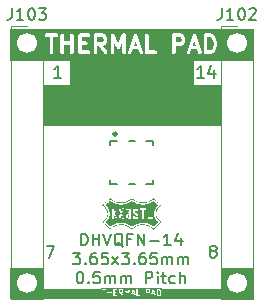
<source format=gto>
G04 #@! TF.GenerationSoftware,KiCad,Pcbnew,9.0.6*
G04 #@! TF.CreationDate,2026-01-02T22:14:37-06:00*
G04 #@! TF.ProjectId,DHVQFN-14_3.65x3.65_P0.5,44485651-464e-42d3-9134-5f332e363578,rev?*
G04 #@! TF.SameCoordinates,Original*
G04 #@! TF.FileFunction,Legend,Top*
G04 #@! TF.FilePolarity,Positive*
%FSLAX46Y46*%
G04 Gerber Fmt 4.6, Leading zero omitted, Abs format (unit mm)*
G04 Created by KiCad (PCBNEW 9.0.6) date 2026-01-02 22:14:37*
%MOMM*%
%LPD*%
G01*
G04 APERTURE LIST*
%ADD10C,0.100000*%
%ADD11C,0.200000*%
%ADD12C,0.300000*%
%ADD13C,0.150000*%
%ADD14C,0.250250*%
%ADD15C,0.152400*%
%ADD16C,0.000000*%
%ADD17C,0.120000*%
%ADD18R,1.200000X0.280000*%
%ADD19R,0.280000X1.200000*%
%ADD20R,2.050000X2.050000*%
%ADD21C,0.508000*%
%ADD22C,1.700000*%
%ADD23R,1.700000X1.700000*%
G04 APERTURE END LIST*
D10*
X135642968Y-121934471D02*
X141097000Y-121934471D01*
X141097000Y-122713966D01*
X135642968Y-122713966D01*
X135642968Y-121934471D01*
G36*
X135642968Y-121934471D02*
G01*
X141097000Y-121934471D01*
X141097000Y-122713966D01*
X135642968Y-122713966D01*
X135642968Y-121934471D01*
G37*
X122809000Y-120173037D02*
X125530898Y-120173037D01*
X125530898Y-122713037D01*
X122809000Y-122713037D01*
X122809000Y-120173037D01*
G36*
X122809000Y-120173037D02*
G01*
X125530898Y-120173037D01*
X125530898Y-122713037D01*
X122809000Y-122713037D01*
X122809000Y-120173037D01*
G37*
X125121358Y-121934423D02*
X130504688Y-121934423D01*
X130504688Y-122721823D01*
X125121358Y-122721823D01*
X125121358Y-121934423D01*
G36*
X125121358Y-121934423D02*
G01*
X130504688Y-121934423D01*
X130504688Y-122721823D01*
X125121358Y-122721823D01*
X125121358Y-121934423D01*
G37*
X140640913Y-120173037D02*
X143383000Y-120173037D01*
X143383000Y-122713037D01*
X140640913Y-122713037D01*
X140640913Y-120173037D01*
G36*
X140640913Y-120173037D02*
G01*
X143383000Y-120173037D01*
X143383000Y-122713037D01*
X140640913Y-122713037D01*
X140640913Y-120173037D01*
G37*
X122809000Y-99912274D02*
X125594500Y-99912274D01*
X125594500Y-102579524D01*
X122809000Y-102579524D01*
X122809000Y-99912274D01*
G36*
X122809000Y-99912274D02*
G01*
X125594500Y-99912274D01*
X125594500Y-102579524D01*
X122809000Y-102579524D01*
X122809000Y-99912274D01*
G37*
X125222000Y-99912274D02*
X140639750Y-99912274D01*
X140639750Y-100140874D01*
X125222000Y-100140874D01*
X125222000Y-99912274D01*
G36*
X125222000Y-99912274D02*
G01*
X140639750Y-99912274D01*
X140639750Y-100140874D01*
X125222000Y-100140874D01*
X125222000Y-99912274D01*
G37*
X125603000Y-104648000D02*
X140589000Y-104648000D01*
X140589000Y-108077000D01*
X125603000Y-108077000D01*
X125603000Y-104648000D01*
G36*
X125603000Y-104648000D02*
G01*
X140589000Y-104648000D01*
X140589000Y-108077000D01*
X125603000Y-108077000D01*
X125603000Y-104648000D01*
G37*
X130302000Y-122630176D02*
X135763000Y-122630176D01*
X135763000Y-122713037D01*
X130302000Y-122713037D01*
X130302000Y-122630176D01*
G36*
X130302000Y-122630176D02*
G01*
X135763000Y-122630176D01*
X135763000Y-122713037D01*
X130302000Y-122713037D01*
X130302000Y-122630176D01*
G37*
X125044250Y-102173124D02*
X141351000Y-102173124D01*
X141351000Y-102579524D01*
X125044250Y-102579524D01*
X125044250Y-102173124D01*
G36*
X125044250Y-102173124D02*
G01*
X141351000Y-102173124D01*
X141351000Y-102579524D01*
X125044250Y-102579524D01*
X125044250Y-102173124D01*
G37*
X127889000Y-102489000D02*
X138303000Y-102489000D01*
X138303000Y-106680000D01*
X127889000Y-106680000D01*
X127889000Y-102489000D01*
G36*
X127889000Y-102489000D02*
G01*
X138303000Y-102489000D01*
X138303000Y-106680000D01*
X127889000Y-106680000D01*
X127889000Y-102489000D01*
G37*
X140491750Y-99912274D02*
X143353250Y-99912274D01*
X143353250Y-102579524D01*
X140491750Y-102579524D01*
X140491750Y-99912274D01*
G36*
X140491750Y-99912274D02*
G01*
X143353250Y-99912274D01*
X143353250Y-102579524D01*
X140491750Y-102579524D01*
X140491750Y-99912274D01*
G37*
D11*
X139198523Y-104047493D02*
X138627095Y-104047493D01*
X138912809Y-104047493D02*
X138912809Y-103047493D01*
X138912809Y-103047493D02*
X138817571Y-103190350D01*
X138817571Y-103190350D02*
X138722333Y-103285588D01*
X138722333Y-103285588D02*
X138627095Y-103333207D01*
X140055666Y-103380826D02*
X140055666Y-104047493D01*
X139817571Y-102999874D02*
X139579476Y-103714159D01*
X139579476Y-103714159D02*
X140198523Y-103714159D01*
D12*
G36*
X139816162Y-100651247D02*
G01*
X139912007Y-100747092D01*
X139962805Y-100848689D01*
X140023381Y-101090989D01*
X140023381Y-101261203D01*
X139962805Y-101503503D01*
X139912007Y-101605099D01*
X139816163Y-101700943D01*
X139665705Y-101751096D01*
X139494810Y-101751096D01*
X139494810Y-100601096D01*
X139665708Y-100601096D01*
X139816162Y-100651247D01*
G37*
G36*
X130625003Y-100643422D02*
G01*
X130659626Y-100678045D01*
X130701952Y-100762697D01*
X130701952Y-100899019D01*
X130659626Y-100983671D01*
X130625003Y-101018293D01*
X130540352Y-101060620D01*
X130173381Y-101060620D01*
X130173381Y-100601096D01*
X130540352Y-100601096D01*
X130625003Y-100643422D01*
G37*
G36*
X133543837Y-101336810D02*
G01*
X133269590Y-101336810D01*
X133406713Y-100925438D01*
X133543837Y-101336810D01*
G37*
G36*
X138515266Y-101336810D02*
G01*
X138241019Y-101336810D01*
X138378142Y-100925438D01*
X138515266Y-101336810D01*
G37*
G36*
X137253575Y-100643422D02*
G01*
X137288198Y-100678045D01*
X137330524Y-100762697D01*
X137330524Y-100899019D01*
X137288198Y-100983671D01*
X137253575Y-101018293D01*
X137168924Y-101060620D01*
X136801953Y-101060620D01*
X136801953Y-100601096D01*
X137168924Y-100601096D01*
X137253575Y-100643422D01*
G37*
G36*
X140484492Y-102212207D02*
G01*
X125572294Y-102212207D01*
X125572294Y-100421832D01*
X125733405Y-100421832D01*
X125733405Y-100480360D01*
X125755803Y-100534432D01*
X125797187Y-100575816D01*
X125851259Y-100598214D01*
X125880523Y-100601096D01*
X126144808Y-100601096D01*
X126144808Y-101901096D01*
X126147690Y-101930360D01*
X126170088Y-101984432D01*
X126211472Y-102025816D01*
X126265544Y-102048214D01*
X126324072Y-102048214D01*
X126378144Y-102025816D01*
X126419528Y-101984432D01*
X126441926Y-101930360D01*
X126444808Y-101901096D01*
X126444808Y-100601096D01*
X126709094Y-100601096D01*
X126738358Y-100598214D01*
X126792430Y-100575816D01*
X126833814Y-100534432D01*
X126856212Y-100480360D01*
X126856212Y-100451096D01*
X127042428Y-100451096D01*
X127042428Y-101901096D01*
X127045310Y-101930360D01*
X127067708Y-101984432D01*
X127109092Y-102025816D01*
X127163164Y-102048214D01*
X127221692Y-102048214D01*
X127275764Y-102025816D01*
X127317148Y-101984432D01*
X127339546Y-101930360D01*
X127342428Y-101901096D01*
X127342428Y-101291572D01*
X127870999Y-101291572D01*
X127870999Y-101901096D01*
X127873881Y-101930360D01*
X127896279Y-101984432D01*
X127937663Y-102025816D01*
X127991735Y-102048214D01*
X128050263Y-102048214D01*
X128104335Y-102025816D01*
X128145719Y-101984432D01*
X128168117Y-101930360D01*
X128170999Y-101901096D01*
X128170999Y-100451096D01*
X128561476Y-100451096D01*
X128561476Y-101901096D01*
X128564358Y-101930360D01*
X128586756Y-101984432D01*
X128628140Y-102025816D01*
X128682212Y-102048214D01*
X128711476Y-102051096D01*
X129401952Y-102051096D01*
X129431216Y-102048214D01*
X129485288Y-102025816D01*
X129526672Y-101984432D01*
X129549070Y-101930360D01*
X129549070Y-101871832D01*
X129526672Y-101817760D01*
X129485288Y-101776376D01*
X129431216Y-101753978D01*
X129401952Y-101751096D01*
X128861476Y-101751096D01*
X128861476Y-101291572D01*
X129194809Y-101291572D01*
X129224073Y-101288690D01*
X129278145Y-101266292D01*
X129319529Y-101224908D01*
X129341927Y-101170836D01*
X129341927Y-101112308D01*
X129319529Y-101058236D01*
X129278145Y-101016852D01*
X129224073Y-100994454D01*
X129194809Y-100991572D01*
X128861476Y-100991572D01*
X128861476Y-100601096D01*
X129401952Y-100601096D01*
X129431216Y-100598214D01*
X129485288Y-100575816D01*
X129526672Y-100534432D01*
X129549070Y-100480360D01*
X129549070Y-100451096D01*
X129873381Y-100451096D01*
X129873381Y-101901096D01*
X129876263Y-101930360D01*
X129898661Y-101984432D01*
X129940045Y-102025816D01*
X129994117Y-102048214D01*
X130052645Y-102048214D01*
X130106717Y-102025816D01*
X130148101Y-101984432D01*
X130170499Y-101930360D01*
X130173381Y-101901096D01*
X130173381Y-101360620D01*
X130290521Y-101360620D01*
X130729067Y-101987115D01*
X130748210Y-102009436D01*
X130797567Y-102040890D01*
X130855203Y-102051060D01*
X130912344Y-102038401D01*
X130960292Y-102004838D01*
X130991746Y-101955480D01*
X131001917Y-101897845D01*
X130989257Y-101840703D01*
X130974837Y-101815076D01*
X130644909Y-101343751D01*
X130780939Y-101275736D01*
X130793532Y-101267808D01*
X130797192Y-101266293D01*
X130801311Y-101262911D01*
X130805825Y-101260071D01*
X130808421Y-101257076D01*
X130819923Y-101247638D01*
X130888970Y-101178591D01*
X130898410Y-101167088D01*
X130901403Y-101164493D01*
X130904241Y-101159983D01*
X130907625Y-101155861D01*
X130909141Y-101152198D01*
X130917068Y-101139607D01*
X130986116Y-101001511D01*
X130996626Y-100974048D01*
X130997008Y-100968670D01*
X130999070Y-100963693D01*
X131001952Y-100934429D01*
X131001952Y-100727287D01*
X130999070Y-100698023D01*
X130997008Y-100693045D01*
X130996626Y-100687668D01*
X130986116Y-100660205D01*
X130917068Y-100522109D01*
X130909141Y-100509517D01*
X130907625Y-100505855D01*
X130904241Y-100501732D01*
X130901403Y-100497223D01*
X130898410Y-100494627D01*
X130888970Y-100483125D01*
X130856941Y-100451096D01*
X131323381Y-100451096D01*
X131323381Y-101901096D01*
X131326263Y-101930360D01*
X131348661Y-101984432D01*
X131390045Y-102025816D01*
X131444117Y-102048214D01*
X131502645Y-102048214D01*
X131556717Y-102025816D01*
X131598101Y-101984432D01*
X131620499Y-101930360D01*
X131623381Y-101901096D01*
X131623381Y-101127231D01*
X131820786Y-101550243D01*
X131827135Y-101560961D01*
X131828454Y-101564588D01*
X131830803Y-101567153D01*
X131835773Y-101575543D01*
X131852585Y-101590938D01*
X131867981Y-101607751D01*
X131874022Y-101610570D01*
X131878936Y-101615070D01*
X131900359Y-101622860D01*
X131921019Y-101632501D01*
X131927676Y-101632793D01*
X131933939Y-101635071D01*
X131956714Y-101634069D01*
X131979489Y-101635071D01*
X131985751Y-101632793D01*
X131992409Y-101632501D01*
X132013064Y-101622861D01*
X132034492Y-101615070D01*
X132039407Y-101610568D01*
X132045447Y-101607750D01*
X132060839Y-101590942D01*
X132077655Y-101575543D01*
X132082624Y-101567154D01*
X132084974Y-101564588D01*
X132086293Y-101560958D01*
X132092641Y-101550243D01*
X132290047Y-101127229D01*
X132290047Y-101901096D01*
X132292929Y-101930360D01*
X132315327Y-101984432D01*
X132356711Y-102025816D01*
X132410783Y-102048214D01*
X132469311Y-102048214D01*
X132523383Y-102025816D01*
X132564767Y-101984432D01*
X132587165Y-101930360D01*
X132590047Y-101901096D01*
X132590047Y-101882336D01*
X132774559Y-101882336D01*
X132778708Y-101940716D01*
X132804882Y-101993063D01*
X132849096Y-102031410D01*
X132904621Y-102049918D01*
X132963001Y-102045769D01*
X133015348Y-102019595D01*
X133053695Y-101975381D01*
X133065684Y-101948530D01*
X133169590Y-101636810D01*
X133643837Y-101636810D01*
X133747744Y-101948530D01*
X133759733Y-101975381D01*
X133798080Y-102019595D01*
X133850427Y-102045769D01*
X133908807Y-102049918D01*
X133964332Y-102031410D01*
X134008546Y-101993063D01*
X134034720Y-101940715D01*
X134038869Y-101882335D01*
X134032349Y-101853662D01*
X133564828Y-100451096D01*
X134223381Y-100451096D01*
X134223381Y-101901096D01*
X134226263Y-101930360D01*
X134248661Y-101984432D01*
X134290045Y-102025816D01*
X134344117Y-102048214D01*
X134373381Y-102051096D01*
X135063857Y-102051096D01*
X135093121Y-102048214D01*
X135147193Y-102025816D01*
X135188577Y-101984432D01*
X135210975Y-101930360D01*
X135210975Y-101871832D01*
X135188577Y-101817760D01*
X135147193Y-101776376D01*
X135093121Y-101753978D01*
X135063857Y-101751096D01*
X134523381Y-101751096D01*
X134523381Y-100451096D01*
X136501953Y-100451096D01*
X136501953Y-101901096D01*
X136504835Y-101930360D01*
X136527233Y-101984432D01*
X136568617Y-102025816D01*
X136622689Y-102048214D01*
X136681217Y-102048214D01*
X136735289Y-102025816D01*
X136776673Y-101984432D01*
X136799071Y-101930360D01*
X136801953Y-101901096D01*
X136801953Y-101882336D01*
X137745988Y-101882336D01*
X137750137Y-101940716D01*
X137776311Y-101993063D01*
X137820525Y-102031410D01*
X137876050Y-102049918D01*
X137934430Y-102045769D01*
X137986777Y-102019595D01*
X138025124Y-101975381D01*
X138037113Y-101948530D01*
X138141019Y-101636810D01*
X138615266Y-101636810D01*
X138719173Y-101948530D01*
X138731162Y-101975381D01*
X138769509Y-102019595D01*
X138821856Y-102045769D01*
X138880236Y-102049918D01*
X138935761Y-102031410D01*
X138979975Y-101993063D01*
X139006149Y-101940715D01*
X139010298Y-101882335D01*
X139003778Y-101853662D01*
X138536257Y-100451096D01*
X139194810Y-100451096D01*
X139194810Y-101901096D01*
X139197692Y-101930360D01*
X139220090Y-101984432D01*
X139261474Y-102025816D01*
X139315546Y-102048214D01*
X139344810Y-102051096D01*
X139690048Y-102051096D01*
X139704853Y-102049637D01*
X139708808Y-102049919D01*
X139714009Y-102048736D01*
X139719312Y-102048214D01*
X139722969Y-102046698D01*
X139737482Y-102043399D01*
X139944625Y-101974352D01*
X139971476Y-101962363D01*
X139975545Y-101958833D01*
X139980527Y-101956770D01*
X140003257Y-101938115D01*
X140141353Y-101800018D01*
X140150795Y-101788512D01*
X140153785Y-101785920D01*
X140156620Y-101781415D01*
X140160008Y-101777288D01*
X140161526Y-101773622D01*
X140169450Y-101761035D01*
X140238497Y-101622939D01*
X140239314Y-101620802D01*
X140239961Y-101619930D01*
X140244350Y-101607643D01*
X140249007Y-101595476D01*
X140249083Y-101594394D01*
X140249854Y-101592239D01*
X140318902Y-101316049D01*
X140319652Y-101310976D01*
X140320499Y-101308932D01*
X140321584Y-101297912D01*
X140323204Y-101286960D01*
X140322878Y-101284771D01*
X140323381Y-101279668D01*
X140323381Y-101072525D01*
X140322878Y-101067421D01*
X140323204Y-101065234D01*
X140321584Y-101054282D01*
X140320499Y-101043261D01*
X140319652Y-101041216D01*
X140318902Y-101036144D01*
X140249854Y-100759954D01*
X140249083Y-100757798D01*
X140249007Y-100756716D01*
X140244347Y-100744541D01*
X140239961Y-100732262D01*
X140239314Y-100731389D01*
X140238497Y-100729253D01*
X140169450Y-100591157D01*
X140161523Y-100578565D01*
X140160007Y-100574904D01*
X140156623Y-100570781D01*
X140153785Y-100566272D01*
X140150793Y-100563677D01*
X140141352Y-100552173D01*
X140003257Y-100414078D01*
X139980526Y-100395423D01*
X139975546Y-100393360D01*
X139971476Y-100389830D01*
X139944625Y-100377842D01*
X139737482Y-100308794D01*
X139722974Y-100305495D01*
X139719312Y-100303978D01*
X139714003Y-100303455D01*
X139708809Y-100302274D01*
X139704859Y-100302554D01*
X139690048Y-100301096D01*
X139344810Y-100301096D01*
X139315546Y-100303978D01*
X139261474Y-100326376D01*
X139220090Y-100367760D01*
X139197692Y-100421832D01*
X139194810Y-100451096D01*
X138536257Y-100451096D01*
X138520446Y-100403662D01*
X138508457Y-100376811D01*
X138501434Y-100368714D01*
X138496642Y-100359129D01*
X138482433Y-100346805D01*
X138470110Y-100332597D01*
X138460524Y-100327804D01*
X138452428Y-100320782D01*
X138434586Y-100314834D01*
X138417763Y-100306423D01*
X138407070Y-100305663D01*
X138396903Y-100302274D01*
X138378143Y-100303607D01*
X138359383Y-100302274D01*
X138349215Y-100305663D01*
X138338523Y-100306423D01*
X138321699Y-100314834D01*
X138303858Y-100320782D01*
X138295761Y-100327804D01*
X138286176Y-100332597D01*
X138273852Y-100346805D01*
X138259644Y-100359129D01*
X138254851Y-100368714D01*
X138247829Y-100376811D01*
X138235840Y-100403662D01*
X137752507Y-101853662D01*
X137745988Y-101882336D01*
X136801953Y-101882336D01*
X136801953Y-101360620D01*
X137204334Y-101360620D01*
X137233598Y-101357738D01*
X137238578Y-101355674D01*
X137243953Y-101355293D01*
X137271416Y-101344784D01*
X137409511Y-101275736D01*
X137422104Y-101267808D01*
X137425764Y-101266293D01*
X137429883Y-101262911D01*
X137434397Y-101260071D01*
X137436993Y-101257076D01*
X137448495Y-101247638D01*
X137517542Y-101178591D01*
X137526982Y-101167088D01*
X137529975Y-101164493D01*
X137532813Y-101159983D01*
X137536197Y-101155861D01*
X137537713Y-101152198D01*
X137545640Y-101139607D01*
X137614688Y-101001511D01*
X137625198Y-100974048D01*
X137625580Y-100968670D01*
X137627642Y-100963693D01*
X137630524Y-100934429D01*
X137630524Y-100727287D01*
X137627642Y-100698023D01*
X137625580Y-100693045D01*
X137625198Y-100687668D01*
X137614688Y-100660205D01*
X137545640Y-100522109D01*
X137537713Y-100509517D01*
X137536197Y-100505855D01*
X137532813Y-100501732D01*
X137529975Y-100497223D01*
X137526982Y-100494627D01*
X137517542Y-100483125D01*
X137448495Y-100414078D01*
X137436993Y-100404639D01*
X137434397Y-100401645D01*
X137429883Y-100398804D01*
X137425764Y-100395423D01*
X137422104Y-100393907D01*
X137409511Y-100385980D01*
X137271416Y-100316932D01*
X137243953Y-100306423D01*
X137238578Y-100306041D01*
X137233598Y-100303978D01*
X137204334Y-100301096D01*
X136651953Y-100301096D01*
X136622689Y-100303978D01*
X136568617Y-100326376D01*
X136527233Y-100367760D01*
X136504835Y-100421832D01*
X136501953Y-100451096D01*
X134523381Y-100451096D01*
X134520499Y-100421832D01*
X134498101Y-100367760D01*
X134456717Y-100326376D01*
X134402645Y-100303978D01*
X134344117Y-100303978D01*
X134290045Y-100326376D01*
X134248661Y-100367760D01*
X134226263Y-100421832D01*
X134223381Y-100451096D01*
X133564828Y-100451096D01*
X133549017Y-100403662D01*
X133537028Y-100376811D01*
X133530005Y-100368714D01*
X133525213Y-100359129D01*
X133511004Y-100346805D01*
X133498681Y-100332597D01*
X133489095Y-100327804D01*
X133480999Y-100320782D01*
X133463157Y-100314834D01*
X133446334Y-100306423D01*
X133435641Y-100305663D01*
X133425474Y-100302274D01*
X133406714Y-100303607D01*
X133387954Y-100302274D01*
X133377786Y-100305663D01*
X133367094Y-100306423D01*
X133350270Y-100314834D01*
X133332429Y-100320782D01*
X133324332Y-100327804D01*
X133314747Y-100332597D01*
X133302423Y-100346805D01*
X133288215Y-100359129D01*
X133283422Y-100368714D01*
X133276400Y-100376811D01*
X133264411Y-100403662D01*
X132781078Y-101853662D01*
X132774559Y-101882336D01*
X132590047Y-101882336D01*
X132590047Y-100451096D01*
X132588152Y-100431859D01*
X132588308Y-100428321D01*
X132587616Y-100426420D01*
X132587165Y-100421832D01*
X132577203Y-100397783D01*
X132568307Y-100373318D01*
X132566047Y-100370850D01*
X132564767Y-100367760D01*
X132546363Y-100349356D01*
X132528780Y-100330156D01*
X132525748Y-100328741D01*
X132523383Y-100326376D01*
X132499328Y-100316412D01*
X132475742Y-100305405D01*
X132472401Y-100305258D01*
X132469311Y-100303978D01*
X132443276Y-100303978D01*
X132417272Y-100302835D01*
X132414129Y-100303978D01*
X132410783Y-100303978D01*
X132386734Y-100313939D01*
X132362269Y-100322836D01*
X132359801Y-100325095D01*
X132356711Y-100326376D01*
X132338313Y-100344773D01*
X132319106Y-100362363D01*
X132316754Y-100366332D01*
X132315327Y-100367760D01*
X132313973Y-100371026D01*
X132304119Y-100387663D01*
X131956713Y-101132104D01*
X131609308Y-100387663D01*
X131599454Y-100371028D01*
X131598101Y-100367760D01*
X131596672Y-100366331D01*
X131594322Y-100362363D01*
X131575114Y-100344773D01*
X131556717Y-100326376D01*
X131553626Y-100325095D01*
X131551159Y-100322836D01*
X131526693Y-100313939D01*
X131502645Y-100303978D01*
X131499299Y-100303978D01*
X131496156Y-100302835D01*
X131470152Y-100303978D01*
X131444117Y-100303978D01*
X131441026Y-100305258D01*
X131437686Y-100305405D01*
X131414090Y-100316415D01*
X131390045Y-100326376D01*
X131387681Y-100328739D01*
X131384648Y-100330155D01*
X131367058Y-100349362D01*
X131348661Y-100367760D01*
X131347380Y-100370850D01*
X131345121Y-100373318D01*
X131336224Y-100397783D01*
X131326263Y-100421832D01*
X131325811Y-100426420D01*
X131325120Y-100428321D01*
X131325275Y-100431859D01*
X131323381Y-100451096D01*
X130856941Y-100451096D01*
X130819923Y-100414078D01*
X130808421Y-100404639D01*
X130805825Y-100401645D01*
X130801311Y-100398804D01*
X130797192Y-100395423D01*
X130793532Y-100393907D01*
X130780939Y-100385980D01*
X130642844Y-100316932D01*
X130615381Y-100306423D01*
X130610006Y-100306041D01*
X130605026Y-100303978D01*
X130575762Y-100301096D01*
X130023381Y-100301096D01*
X129994117Y-100303978D01*
X129940045Y-100326376D01*
X129898661Y-100367760D01*
X129876263Y-100421832D01*
X129873381Y-100451096D01*
X129549070Y-100451096D01*
X129549070Y-100421832D01*
X129526672Y-100367760D01*
X129485288Y-100326376D01*
X129431216Y-100303978D01*
X129401952Y-100301096D01*
X128711476Y-100301096D01*
X128682212Y-100303978D01*
X128628140Y-100326376D01*
X128586756Y-100367760D01*
X128564358Y-100421832D01*
X128561476Y-100451096D01*
X128170999Y-100451096D01*
X128168117Y-100421832D01*
X128145719Y-100367760D01*
X128104335Y-100326376D01*
X128050263Y-100303978D01*
X127991735Y-100303978D01*
X127937663Y-100326376D01*
X127896279Y-100367760D01*
X127873881Y-100421832D01*
X127870999Y-100451096D01*
X127870999Y-100991572D01*
X127342428Y-100991572D01*
X127342428Y-100451096D01*
X127339546Y-100421832D01*
X127317148Y-100367760D01*
X127275764Y-100326376D01*
X127221692Y-100303978D01*
X127163164Y-100303978D01*
X127109092Y-100326376D01*
X127067708Y-100367760D01*
X127045310Y-100421832D01*
X127042428Y-100451096D01*
X126856212Y-100451096D01*
X126856212Y-100421832D01*
X126833814Y-100367760D01*
X126792430Y-100326376D01*
X126738358Y-100303978D01*
X126709094Y-100301096D01*
X125880523Y-100301096D01*
X125851259Y-100303978D01*
X125797187Y-100326376D01*
X125755803Y-100367760D01*
X125733405Y-100421832D01*
X125572294Y-100421832D01*
X125572294Y-100139985D01*
X140484492Y-100139985D01*
X140484492Y-102212207D01*
G37*
D11*
X127088714Y-104047493D02*
X126517286Y-104047493D01*
X126803000Y-104047493D02*
X126803000Y-103047493D01*
X126803000Y-103047493D02*
X126707762Y-103190350D01*
X126707762Y-103190350D02*
X126612524Y-103285588D01*
X126612524Y-103285588D02*
X126517286Y-103333207D01*
X128770595Y-118256112D02*
X128770595Y-117256112D01*
X128770595Y-117256112D02*
X129008690Y-117256112D01*
X129008690Y-117256112D02*
X129151547Y-117303731D01*
X129151547Y-117303731D02*
X129246785Y-117398969D01*
X129246785Y-117398969D02*
X129294404Y-117494207D01*
X129294404Y-117494207D02*
X129342023Y-117684683D01*
X129342023Y-117684683D02*
X129342023Y-117827540D01*
X129342023Y-117827540D02*
X129294404Y-118018016D01*
X129294404Y-118018016D02*
X129246785Y-118113254D01*
X129246785Y-118113254D02*
X129151547Y-118208493D01*
X129151547Y-118208493D02*
X129008690Y-118256112D01*
X129008690Y-118256112D02*
X128770595Y-118256112D01*
X129770595Y-118256112D02*
X129770595Y-117256112D01*
X129770595Y-117732302D02*
X130342023Y-117732302D01*
X130342023Y-118256112D02*
X130342023Y-117256112D01*
X130675357Y-117256112D02*
X131008690Y-118256112D01*
X131008690Y-118256112D02*
X131342023Y-117256112D01*
X132342023Y-118351350D02*
X132246785Y-118303731D01*
X132246785Y-118303731D02*
X132151547Y-118208493D01*
X132151547Y-118208493D02*
X132008690Y-118065635D01*
X132008690Y-118065635D02*
X131913452Y-118018016D01*
X131913452Y-118018016D02*
X131818214Y-118018016D01*
X131865833Y-118256112D02*
X131770595Y-118208493D01*
X131770595Y-118208493D02*
X131675357Y-118113254D01*
X131675357Y-118113254D02*
X131627738Y-117922778D01*
X131627738Y-117922778D02*
X131627738Y-117589445D01*
X131627738Y-117589445D02*
X131675357Y-117398969D01*
X131675357Y-117398969D02*
X131770595Y-117303731D01*
X131770595Y-117303731D02*
X131865833Y-117256112D01*
X131865833Y-117256112D02*
X132056309Y-117256112D01*
X132056309Y-117256112D02*
X132151547Y-117303731D01*
X132151547Y-117303731D02*
X132246785Y-117398969D01*
X132246785Y-117398969D02*
X132294404Y-117589445D01*
X132294404Y-117589445D02*
X132294404Y-117922778D01*
X132294404Y-117922778D02*
X132246785Y-118113254D01*
X132246785Y-118113254D02*
X132151547Y-118208493D01*
X132151547Y-118208493D02*
X132056309Y-118256112D01*
X132056309Y-118256112D02*
X131865833Y-118256112D01*
X133056309Y-117732302D02*
X132722976Y-117732302D01*
X132722976Y-118256112D02*
X132722976Y-117256112D01*
X132722976Y-117256112D02*
X133199166Y-117256112D01*
X133580119Y-118256112D02*
X133580119Y-117256112D01*
X133580119Y-117256112D02*
X134151547Y-118256112D01*
X134151547Y-118256112D02*
X134151547Y-117256112D01*
X134627738Y-117875159D02*
X135389643Y-117875159D01*
X136389642Y-118256112D02*
X135818214Y-118256112D01*
X136103928Y-118256112D02*
X136103928Y-117256112D01*
X136103928Y-117256112D02*
X136008690Y-117398969D01*
X136008690Y-117398969D02*
X135913452Y-117494207D01*
X135913452Y-117494207D02*
X135818214Y-117541826D01*
X137246785Y-117589445D02*
X137246785Y-118256112D01*
X137008690Y-117208493D02*
X136770595Y-117922778D01*
X136770595Y-117922778D02*
X137389642Y-117922778D01*
X128103929Y-118866056D02*
X128722976Y-118866056D01*
X128722976Y-118866056D02*
X128389643Y-119247008D01*
X128389643Y-119247008D02*
X128532500Y-119247008D01*
X128532500Y-119247008D02*
X128627738Y-119294627D01*
X128627738Y-119294627D02*
X128675357Y-119342246D01*
X128675357Y-119342246D02*
X128722976Y-119437484D01*
X128722976Y-119437484D02*
X128722976Y-119675579D01*
X128722976Y-119675579D02*
X128675357Y-119770817D01*
X128675357Y-119770817D02*
X128627738Y-119818437D01*
X128627738Y-119818437D02*
X128532500Y-119866056D01*
X128532500Y-119866056D02*
X128246786Y-119866056D01*
X128246786Y-119866056D02*
X128151548Y-119818437D01*
X128151548Y-119818437D02*
X128103929Y-119770817D01*
X129151548Y-119770817D02*
X129199167Y-119818437D01*
X129199167Y-119818437D02*
X129151548Y-119866056D01*
X129151548Y-119866056D02*
X129103929Y-119818437D01*
X129103929Y-119818437D02*
X129151548Y-119770817D01*
X129151548Y-119770817D02*
X129151548Y-119866056D01*
X130056309Y-118866056D02*
X129865833Y-118866056D01*
X129865833Y-118866056D02*
X129770595Y-118913675D01*
X129770595Y-118913675D02*
X129722976Y-118961294D01*
X129722976Y-118961294D02*
X129627738Y-119104151D01*
X129627738Y-119104151D02*
X129580119Y-119294627D01*
X129580119Y-119294627D02*
X129580119Y-119675579D01*
X129580119Y-119675579D02*
X129627738Y-119770817D01*
X129627738Y-119770817D02*
X129675357Y-119818437D01*
X129675357Y-119818437D02*
X129770595Y-119866056D01*
X129770595Y-119866056D02*
X129961071Y-119866056D01*
X129961071Y-119866056D02*
X130056309Y-119818437D01*
X130056309Y-119818437D02*
X130103928Y-119770817D01*
X130103928Y-119770817D02*
X130151547Y-119675579D01*
X130151547Y-119675579D02*
X130151547Y-119437484D01*
X130151547Y-119437484D02*
X130103928Y-119342246D01*
X130103928Y-119342246D02*
X130056309Y-119294627D01*
X130056309Y-119294627D02*
X129961071Y-119247008D01*
X129961071Y-119247008D02*
X129770595Y-119247008D01*
X129770595Y-119247008D02*
X129675357Y-119294627D01*
X129675357Y-119294627D02*
X129627738Y-119342246D01*
X129627738Y-119342246D02*
X129580119Y-119437484D01*
X131056309Y-118866056D02*
X130580119Y-118866056D01*
X130580119Y-118866056D02*
X130532500Y-119342246D01*
X130532500Y-119342246D02*
X130580119Y-119294627D01*
X130580119Y-119294627D02*
X130675357Y-119247008D01*
X130675357Y-119247008D02*
X130913452Y-119247008D01*
X130913452Y-119247008D02*
X131008690Y-119294627D01*
X131008690Y-119294627D02*
X131056309Y-119342246D01*
X131056309Y-119342246D02*
X131103928Y-119437484D01*
X131103928Y-119437484D02*
X131103928Y-119675579D01*
X131103928Y-119675579D02*
X131056309Y-119770817D01*
X131056309Y-119770817D02*
X131008690Y-119818437D01*
X131008690Y-119818437D02*
X130913452Y-119866056D01*
X130913452Y-119866056D02*
X130675357Y-119866056D01*
X130675357Y-119866056D02*
X130580119Y-119818437D01*
X130580119Y-119818437D02*
X130532500Y-119770817D01*
X131437262Y-119866056D02*
X131961071Y-119199389D01*
X131437262Y-119199389D02*
X131961071Y-119866056D01*
X132246786Y-118866056D02*
X132865833Y-118866056D01*
X132865833Y-118866056D02*
X132532500Y-119247008D01*
X132532500Y-119247008D02*
X132675357Y-119247008D01*
X132675357Y-119247008D02*
X132770595Y-119294627D01*
X132770595Y-119294627D02*
X132818214Y-119342246D01*
X132818214Y-119342246D02*
X132865833Y-119437484D01*
X132865833Y-119437484D02*
X132865833Y-119675579D01*
X132865833Y-119675579D02*
X132818214Y-119770817D01*
X132818214Y-119770817D02*
X132770595Y-119818437D01*
X132770595Y-119818437D02*
X132675357Y-119866056D01*
X132675357Y-119866056D02*
X132389643Y-119866056D01*
X132389643Y-119866056D02*
X132294405Y-119818437D01*
X132294405Y-119818437D02*
X132246786Y-119770817D01*
X133294405Y-119770817D02*
X133342024Y-119818437D01*
X133342024Y-119818437D02*
X133294405Y-119866056D01*
X133294405Y-119866056D02*
X133246786Y-119818437D01*
X133246786Y-119818437D02*
X133294405Y-119770817D01*
X133294405Y-119770817D02*
X133294405Y-119866056D01*
X134199166Y-118866056D02*
X134008690Y-118866056D01*
X134008690Y-118866056D02*
X133913452Y-118913675D01*
X133913452Y-118913675D02*
X133865833Y-118961294D01*
X133865833Y-118961294D02*
X133770595Y-119104151D01*
X133770595Y-119104151D02*
X133722976Y-119294627D01*
X133722976Y-119294627D02*
X133722976Y-119675579D01*
X133722976Y-119675579D02*
X133770595Y-119770817D01*
X133770595Y-119770817D02*
X133818214Y-119818437D01*
X133818214Y-119818437D02*
X133913452Y-119866056D01*
X133913452Y-119866056D02*
X134103928Y-119866056D01*
X134103928Y-119866056D02*
X134199166Y-119818437D01*
X134199166Y-119818437D02*
X134246785Y-119770817D01*
X134246785Y-119770817D02*
X134294404Y-119675579D01*
X134294404Y-119675579D02*
X134294404Y-119437484D01*
X134294404Y-119437484D02*
X134246785Y-119342246D01*
X134246785Y-119342246D02*
X134199166Y-119294627D01*
X134199166Y-119294627D02*
X134103928Y-119247008D01*
X134103928Y-119247008D02*
X133913452Y-119247008D01*
X133913452Y-119247008D02*
X133818214Y-119294627D01*
X133818214Y-119294627D02*
X133770595Y-119342246D01*
X133770595Y-119342246D02*
X133722976Y-119437484D01*
X135199166Y-118866056D02*
X134722976Y-118866056D01*
X134722976Y-118866056D02*
X134675357Y-119342246D01*
X134675357Y-119342246D02*
X134722976Y-119294627D01*
X134722976Y-119294627D02*
X134818214Y-119247008D01*
X134818214Y-119247008D02*
X135056309Y-119247008D01*
X135056309Y-119247008D02*
X135151547Y-119294627D01*
X135151547Y-119294627D02*
X135199166Y-119342246D01*
X135199166Y-119342246D02*
X135246785Y-119437484D01*
X135246785Y-119437484D02*
X135246785Y-119675579D01*
X135246785Y-119675579D02*
X135199166Y-119770817D01*
X135199166Y-119770817D02*
X135151547Y-119818437D01*
X135151547Y-119818437D02*
X135056309Y-119866056D01*
X135056309Y-119866056D02*
X134818214Y-119866056D01*
X134818214Y-119866056D02*
X134722976Y-119818437D01*
X134722976Y-119818437D02*
X134675357Y-119770817D01*
X135675357Y-119866056D02*
X135675357Y-119199389D01*
X135675357Y-119294627D02*
X135722976Y-119247008D01*
X135722976Y-119247008D02*
X135818214Y-119199389D01*
X135818214Y-119199389D02*
X135961071Y-119199389D01*
X135961071Y-119199389D02*
X136056309Y-119247008D01*
X136056309Y-119247008D02*
X136103928Y-119342246D01*
X136103928Y-119342246D02*
X136103928Y-119866056D01*
X136103928Y-119342246D02*
X136151547Y-119247008D01*
X136151547Y-119247008D02*
X136246785Y-119199389D01*
X136246785Y-119199389D02*
X136389642Y-119199389D01*
X136389642Y-119199389D02*
X136484881Y-119247008D01*
X136484881Y-119247008D02*
X136532500Y-119342246D01*
X136532500Y-119342246D02*
X136532500Y-119866056D01*
X137008690Y-119866056D02*
X137008690Y-119199389D01*
X137008690Y-119294627D02*
X137056309Y-119247008D01*
X137056309Y-119247008D02*
X137151547Y-119199389D01*
X137151547Y-119199389D02*
X137294404Y-119199389D01*
X137294404Y-119199389D02*
X137389642Y-119247008D01*
X137389642Y-119247008D02*
X137437261Y-119342246D01*
X137437261Y-119342246D02*
X137437261Y-119866056D01*
X137437261Y-119342246D02*
X137484880Y-119247008D01*
X137484880Y-119247008D02*
X137580118Y-119199389D01*
X137580118Y-119199389D02*
X137722975Y-119199389D01*
X137722975Y-119199389D02*
X137818214Y-119247008D01*
X137818214Y-119247008D02*
X137865833Y-119342246D01*
X137865833Y-119342246D02*
X137865833Y-119866056D01*
X128651548Y-120476000D02*
X128746786Y-120476000D01*
X128746786Y-120476000D02*
X128842024Y-120523619D01*
X128842024Y-120523619D02*
X128889643Y-120571238D01*
X128889643Y-120571238D02*
X128937262Y-120666476D01*
X128937262Y-120666476D02*
X128984881Y-120856952D01*
X128984881Y-120856952D02*
X128984881Y-121095047D01*
X128984881Y-121095047D02*
X128937262Y-121285523D01*
X128937262Y-121285523D02*
X128889643Y-121380761D01*
X128889643Y-121380761D02*
X128842024Y-121428381D01*
X128842024Y-121428381D02*
X128746786Y-121476000D01*
X128746786Y-121476000D02*
X128651548Y-121476000D01*
X128651548Y-121476000D02*
X128556310Y-121428381D01*
X128556310Y-121428381D02*
X128508691Y-121380761D01*
X128508691Y-121380761D02*
X128461072Y-121285523D01*
X128461072Y-121285523D02*
X128413453Y-121095047D01*
X128413453Y-121095047D02*
X128413453Y-120856952D01*
X128413453Y-120856952D02*
X128461072Y-120666476D01*
X128461072Y-120666476D02*
X128508691Y-120571238D01*
X128508691Y-120571238D02*
X128556310Y-120523619D01*
X128556310Y-120523619D02*
X128651548Y-120476000D01*
X129413453Y-121380761D02*
X129461072Y-121428381D01*
X129461072Y-121428381D02*
X129413453Y-121476000D01*
X129413453Y-121476000D02*
X129365834Y-121428381D01*
X129365834Y-121428381D02*
X129413453Y-121380761D01*
X129413453Y-121380761D02*
X129413453Y-121476000D01*
X130365833Y-120476000D02*
X129889643Y-120476000D01*
X129889643Y-120476000D02*
X129842024Y-120952190D01*
X129842024Y-120952190D02*
X129889643Y-120904571D01*
X129889643Y-120904571D02*
X129984881Y-120856952D01*
X129984881Y-120856952D02*
X130222976Y-120856952D01*
X130222976Y-120856952D02*
X130318214Y-120904571D01*
X130318214Y-120904571D02*
X130365833Y-120952190D01*
X130365833Y-120952190D02*
X130413452Y-121047428D01*
X130413452Y-121047428D02*
X130413452Y-121285523D01*
X130413452Y-121285523D02*
X130365833Y-121380761D01*
X130365833Y-121380761D02*
X130318214Y-121428381D01*
X130318214Y-121428381D02*
X130222976Y-121476000D01*
X130222976Y-121476000D02*
X129984881Y-121476000D01*
X129984881Y-121476000D02*
X129889643Y-121428381D01*
X129889643Y-121428381D02*
X129842024Y-121380761D01*
X130842024Y-121476000D02*
X130842024Y-120809333D01*
X130842024Y-120904571D02*
X130889643Y-120856952D01*
X130889643Y-120856952D02*
X130984881Y-120809333D01*
X130984881Y-120809333D02*
X131127738Y-120809333D01*
X131127738Y-120809333D02*
X131222976Y-120856952D01*
X131222976Y-120856952D02*
X131270595Y-120952190D01*
X131270595Y-120952190D02*
X131270595Y-121476000D01*
X131270595Y-120952190D02*
X131318214Y-120856952D01*
X131318214Y-120856952D02*
X131413452Y-120809333D01*
X131413452Y-120809333D02*
X131556309Y-120809333D01*
X131556309Y-120809333D02*
X131651548Y-120856952D01*
X131651548Y-120856952D02*
X131699167Y-120952190D01*
X131699167Y-120952190D02*
X131699167Y-121476000D01*
X132175357Y-121476000D02*
X132175357Y-120809333D01*
X132175357Y-120904571D02*
X132222976Y-120856952D01*
X132222976Y-120856952D02*
X132318214Y-120809333D01*
X132318214Y-120809333D02*
X132461071Y-120809333D01*
X132461071Y-120809333D02*
X132556309Y-120856952D01*
X132556309Y-120856952D02*
X132603928Y-120952190D01*
X132603928Y-120952190D02*
X132603928Y-121476000D01*
X132603928Y-120952190D02*
X132651547Y-120856952D01*
X132651547Y-120856952D02*
X132746785Y-120809333D01*
X132746785Y-120809333D02*
X132889642Y-120809333D01*
X132889642Y-120809333D02*
X132984881Y-120856952D01*
X132984881Y-120856952D02*
X133032500Y-120952190D01*
X133032500Y-120952190D02*
X133032500Y-121476000D01*
X134270595Y-121476000D02*
X134270595Y-120476000D01*
X134270595Y-120476000D02*
X134651547Y-120476000D01*
X134651547Y-120476000D02*
X134746785Y-120523619D01*
X134746785Y-120523619D02*
X134794404Y-120571238D01*
X134794404Y-120571238D02*
X134842023Y-120666476D01*
X134842023Y-120666476D02*
X134842023Y-120809333D01*
X134842023Y-120809333D02*
X134794404Y-120904571D01*
X134794404Y-120904571D02*
X134746785Y-120952190D01*
X134746785Y-120952190D02*
X134651547Y-120999809D01*
X134651547Y-120999809D02*
X134270595Y-120999809D01*
X135270595Y-121476000D02*
X135270595Y-120809333D01*
X135270595Y-120476000D02*
X135222976Y-120523619D01*
X135222976Y-120523619D02*
X135270595Y-120571238D01*
X135270595Y-120571238D02*
X135318214Y-120523619D01*
X135318214Y-120523619D02*
X135270595Y-120476000D01*
X135270595Y-120476000D02*
X135270595Y-120571238D01*
X135603928Y-120809333D02*
X135984880Y-120809333D01*
X135746785Y-120476000D02*
X135746785Y-121333142D01*
X135746785Y-121333142D02*
X135794404Y-121428381D01*
X135794404Y-121428381D02*
X135889642Y-121476000D01*
X135889642Y-121476000D02*
X135984880Y-121476000D01*
X136746785Y-121428381D02*
X136651547Y-121476000D01*
X136651547Y-121476000D02*
X136461071Y-121476000D01*
X136461071Y-121476000D02*
X136365833Y-121428381D01*
X136365833Y-121428381D02*
X136318214Y-121380761D01*
X136318214Y-121380761D02*
X136270595Y-121285523D01*
X136270595Y-121285523D02*
X136270595Y-120999809D01*
X136270595Y-120999809D02*
X136318214Y-120904571D01*
X136318214Y-120904571D02*
X136365833Y-120856952D01*
X136365833Y-120856952D02*
X136461071Y-120809333D01*
X136461071Y-120809333D02*
X136651547Y-120809333D01*
X136651547Y-120809333D02*
X136746785Y-120856952D01*
X137175357Y-121476000D02*
X137175357Y-120476000D01*
X137603928Y-121476000D02*
X137603928Y-120952190D01*
X137603928Y-120952190D02*
X137556309Y-120856952D01*
X137556309Y-120856952D02*
X137461071Y-120809333D01*
X137461071Y-120809333D02*
X137318214Y-120809333D01*
X137318214Y-120809333D02*
X137222976Y-120856952D01*
X137222976Y-120856952D02*
X137175357Y-120904571D01*
X139885993Y-118716064D02*
X139790755Y-118668445D01*
X139790755Y-118668445D02*
X139743136Y-118620826D01*
X139743136Y-118620826D02*
X139695517Y-118525588D01*
X139695517Y-118525588D02*
X139695517Y-118477969D01*
X139695517Y-118477969D02*
X139743136Y-118382731D01*
X139743136Y-118382731D02*
X139790755Y-118335112D01*
X139790755Y-118335112D02*
X139885993Y-118287493D01*
X139885993Y-118287493D02*
X140076469Y-118287493D01*
X140076469Y-118287493D02*
X140171707Y-118335112D01*
X140171707Y-118335112D02*
X140219326Y-118382731D01*
X140219326Y-118382731D02*
X140266945Y-118477969D01*
X140266945Y-118477969D02*
X140266945Y-118525588D01*
X140266945Y-118525588D02*
X140219326Y-118620826D01*
X140219326Y-118620826D02*
X140171707Y-118668445D01*
X140171707Y-118668445D02*
X140076469Y-118716064D01*
X140076469Y-118716064D02*
X139885993Y-118716064D01*
X139885993Y-118716064D02*
X139790755Y-118763683D01*
X139790755Y-118763683D02*
X139743136Y-118811302D01*
X139743136Y-118811302D02*
X139695517Y-118906540D01*
X139695517Y-118906540D02*
X139695517Y-119097016D01*
X139695517Y-119097016D02*
X139743136Y-119192254D01*
X139743136Y-119192254D02*
X139790755Y-119239874D01*
X139790755Y-119239874D02*
X139885993Y-119287493D01*
X139885993Y-119287493D02*
X140076469Y-119287493D01*
X140076469Y-119287493D02*
X140171707Y-119239874D01*
X140171707Y-119239874D02*
X140219326Y-119192254D01*
X140219326Y-119192254D02*
X140266945Y-119097016D01*
X140266945Y-119097016D02*
X140266945Y-118906540D01*
X140266945Y-118906540D02*
X140219326Y-118811302D01*
X140219326Y-118811302D02*
X140171707Y-118763683D01*
X140171707Y-118763683D02*
X140076469Y-118716064D01*
D10*
G36*
X135414228Y-122057894D02*
G01*
X135447764Y-122091430D01*
X135465489Y-122126882D01*
X135486475Y-122210823D01*
X135486475Y-122269942D01*
X135465489Y-122353883D01*
X135447764Y-122389335D01*
X135414226Y-122422873D01*
X135361696Y-122440383D01*
X135300761Y-122440383D01*
X135300761Y-122040383D01*
X135361695Y-122040383D01*
X135414228Y-122057894D01*
G37*
G36*
X133252820Y-122297526D02*
G01*
X133153467Y-122297526D01*
X133203143Y-122148496D01*
X133252820Y-122297526D01*
G37*
G36*
X134967105Y-122297526D02*
G01*
X134867752Y-122297526D01*
X134917428Y-122148496D01*
X134967105Y-122297526D01*
G37*
G36*
X132244952Y-122055285D02*
G01*
X132257287Y-122067618D01*
X132272190Y-122097424D01*
X132272190Y-122145246D01*
X132257287Y-122175052D01*
X132244952Y-122187385D01*
X132215149Y-122202288D01*
X132086476Y-122202288D01*
X132086476Y-122040383D01*
X132215149Y-122040383D01*
X132244952Y-122055285D01*
G37*
G36*
X134530666Y-122055285D02*
G01*
X134543001Y-122067618D01*
X134557904Y-122097424D01*
X134557904Y-122145246D01*
X134543001Y-122175052D01*
X134530666Y-122187385D01*
X134500863Y-122202288D01*
X134372190Y-122202288D01*
X134372190Y-122040383D01*
X134500863Y-122040383D01*
X134530666Y-122055285D01*
G37*
G36*
X135642031Y-122595939D02*
G01*
X130506155Y-122595939D01*
X130506155Y-121971249D01*
X130561711Y-121971249D01*
X130561711Y-122009517D01*
X130588771Y-122036577D01*
X130607905Y-122040383D01*
X130700762Y-122040383D01*
X130700762Y-122490383D01*
X130704568Y-122509517D01*
X130731628Y-122536577D01*
X130769896Y-122536577D01*
X130796956Y-122509517D01*
X130800762Y-122490383D01*
X130800762Y-122040383D01*
X130893619Y-122040383D01*
X130912753Y-122036577D01*
X130939813Y-122009517D01*
X130939813Y-121990383D01*
X131010285Y-121990383D01*
X131010285Y-122490383D01*
X131014091Y-122509517D01*
X131041151Y-122536577D01*
X131079419Y-122536577D01*
X131106479Y-122509517D01*
X131110285Y-122490383D01*
X131110285Y-122278478D01*
X131295999Y-122278478D01*
X131295999Y-122490383D01*
X131299805Y-122509517D01*
X131326865Y-122536577D01*
X131365133Y-122536577D01*
X131392193Y-122509517D01*
X131395999Y-122490383D01*
X131395999Y-121990383D01*
X131534095Y-121990383D01*
X131534095Y-122490383D01*
X131537901Y-122509517D01*
X131564961Y-122536577D01*
X131584095Y-122540383D01*
X131822190Y-122540383D01*
X131841324Y-122536577D01*
X131868384Y-122509517D01*
X131868384Y-122471249D01*
X131841324Y-122444189D01*
X131822190Y-122440383D01*
X131634095Y-122440383D01*
X131634095Y-122278478D01*
X131750762Y-122278478D01*
X131769896Y-122274672D01*
X131796956Y-122247612D01*
X131796956Y-122209344D01*
X131769896Y-122182284D01*
X131750762Y-122178478D01*
X131634095Y-122178478D01*
X131634095Y-122040383D01*
X131822190Y-122040383D01*
X131841324Y-122036577D01*
X131868384Y-122009517D01*
X131868384Y-121990383D01*
X131986476Y-121990383D01*
X131986476Y-122490383D01*
X131990282Y-122509517D01*
X132017342Y-122536577D01*
X132055610Y-122536577D01*
X132082670Y-122509517D01*
X132086476Y-122490383D01*
X132086476Y-122302288D01*
X132129491Y-122302288D01*
X132281229Y-122519056D01*
X132295319Y-122532549D01*
X132333005Y-122539199D01*
X132364356Y-122517254D01*
X132371006Y-122479568D01*
X132363152Y-122461710D01*
X132248095Y-122297342D01*
X132249313Y-122297009D01*
X132296932Y-122273199D01*
X132303263Y-122268285D01*
X132309926Y-122263834D01*
X132333736Y-122240025D01*
X132338189Y-122233360D01*
X132343103Y-122227029D01*
X132366911Y-122179411D01*
X132367572Y-122176995D01*
X132368384Y-122176184D01*
X132369947Y-122168322D01*
X132372064Y-122160595D01*
X132371701Y-122159506D01*
X132372190Y-122157050D01*
X132372190Y-122085621D01*
X132371701Y-122083164D01*
X132372064Y-122082076D01*
X132369947Y-122074348D01*
X132368384Y-122066487D01*
X132367572Y-122065675D01*
X132366911Y-122063260D01*
X132343103Y-122015642D01*
X132338189Y-122009310D01*
X132333736Y-122002646D01*
X132321472Y-121990383D01*
X132486476Y-121990383D01*
X132486476Y-122490383D01*
X132490282Y-122509517D01*
X132517342Y-122536577D01*
X132555610Y-122536577D01*
X132582670Y-122509517D01*
X132586476Y-122490383D01*
X132586476Y-122215760D01*
X132657834Y-122368670D01*
X132665456Y-122379059D01*
X132666269Y-122381295D01*
X132667526Y-122381881D01*
X132669374Y-122384400D01*
X132685446Y-122390244D01*
X132700947Y-122397478D01*
X132703143Y-122396679D01*
X132705339Y-122397478D01*
X132720839Y-122390244D01*
X132736912Y-122384400D01*
X132738759Y-122381881D01*
X132740017Y-122381295D01*
X132740829Y-122379059D01*
X132748452Y-122368670D01*
X132819809Y-122215761D01*
X132819809Y-122490383D01*
X132823615Y-122509517D01*
X132850675Y-122536577D01*
X132888943Y-122536577D01*
X132916003Y-122509517D01*
X132919104Y-122493927D01*
X132986603Y-122493927D01*
X133003717Y-122528156D01*
X133040021Y-122540257D01*
X133074250Y-122523143D01*
X133083911Y-122506194D01*
X133120134Y-122397526D01*
X133286153Y-122397526D01*
X133322376Y-122506194D01*
X133332037Y-122523143D01*
X133366266Y-122540257D01*
X133402570Y-122528155D01*
X133419684Y-122493927D01*
X133417244Y-122474571D01*
X133255847Y-121990383D01*
X133486476Y-121990383D01*
X133486476Y-122490383D01*
X133490282Y-122509517D01*
X133517342Y-122536577D01*
X133536476Y-122540383D01*
X133774571Y-122540383D01*
X133793705Y-122536577D01*
X133820765Y-122509517D01*
X133820765Y-122471249D01*
X133793705Y-122444189D01*
X133774571Y-122440383D01*
X133586476Y-122440383D01*
X133586476Y-121990383D01*
X134272190Y-121990383D01*
X134272190Y-122490383D01*
X134275996Y-122509517D01*
X134303056Y-122536577D01*
X134341324Y-122536577D01*
X134368384Y-122509517D01*
X134371485Y-122493927D01*
X134700888Y-122493927D01*
X134718002Y-122528156D01*
X134754306Y-122540257D01*
X134788535Y-122523143D01*
X134798196Y-122506194D01*
X134834419Y-122397526D01*
X135000438Y-122397526D01*
X135036661Y-122506194D01*
X135046322Y-122523143D01*
X135080551Y-122540257D01*
X135116855Y-122528155D01*
X135133969Y-122493927D01*
X135131529Y-122474571D01*
X134970132Y-121990383D01*
X135200761Y-121990383D01*
X135200761Y-122490383D01*
X135204567Y-122509517D01*
X135231627Y-122536577D01*
X135250761Y-122540383D01*
X135369809Y-122540383D01*
X135377671Y-122538819D01*
X135385620Y-122537817D01*
X135457049Y-122514008D01*
X135459224Y-122512768D01*
X135460372Y-122512768D01*
X135467036Y-122508314D01*
X135473997Y-122504347D01*
X135474510Y-122503320D01*
X135476593Y-122501929D01*
X135524212Y-122454309D01*
X135528665Y-122447643D01*
X135533577Y-122441315D01*
X135557387Y-122393696D01*
X135558833Y-122388414D01*
X135561173Y-122383462D01*
X135584982Y-122288224D01*
X135585279Y-122282106D01*
X135586475Y-122276097D01*
X135586475Y-122204669D01*
X135585279Y-122198659D01*
X135584982Y-122192542D01*
X135561173Y-122097304D01*
X135558833Y-122092351D01*
X135557387Y-122087070D01*
X135533577Y-122039451D01*
X135528665Y-122033122D01*
X135524211Y-122026456D01*
X135476592Y-121978838D01*
X135474509Y-121977446D01*
X135473997Y-121976421D01*
X135467035Y-121972452D01*
X135460371Y-121967999D01*
X135459224Y-121967999D01*
X135457049Y-121966759D01*
X135385621Y-121942949D01*
X135377670Y-121941946D01*
X135369809Y-121940383D01*
X135250761Y-121940383D01*
X135231627Y-121944189D01*
X135204567Y-121971249D01*
X135200761Y-121990383D01*
X134970132Y-121990383D01*
X134964862Y-121974572D01*
X134955201Y-121957623D01*
X134951858Y-121955952D01*
X134950188Y-121952610D01*
X134935148Y-121947596D01*
X134920972Y-121940509D01*
X134917428Y-121941690D01*
X134913884Y-121940509D01*
X134899707Y-121947596D01*
X134884668Y-121952610D01*
X134882997Y-121955952D01*
X134879655Y-121957623D01*
X134869994Y-121974572D01*
X134703328Y-122474572D01*
X134700888Y-122493927D01*
X134371485Y-122493927D01*
X134372190Y-122490383D01*
X134372190Y-122302288D01*
X134512666Y-122302288D01*
X134515122Y-122301799D01*
X134516211Y-122302162D01*
X134523938Y-122300045D01*
X134531800Y-122298482D01*
X134532611Y-122297670D01*
X134535027Y-122297009D01*
X134582646Y-122273199D01*
X134588977Y-122268285D01*
X134595640Y-122263834D01*
X134619450Y-122240025D01*
X134623903Y-122233360D01*
X134628817Y-122227029D01*
X134652625Y-122179411D01*
X134653286Y-122176995D01*
X134654098Y-122176184D01*
X134655661Y-122168322D01*
X134657778Y-122160595D01*
X134657415Y-122159506D01*
X134657904Y-122157050D01*
X134657904Y-122085621D01*
X134657415Y-122083164D01*
X134657778Y-122082076D01*
X134655661Y-122074348D01*
X134654098Y-122066487D01*
X134653286Y-122065675D01*
X134652625Y-122063260D01*
X134628817Y-122015642D01*
X134623903Y-122009310D01*
X134619450Y-122002646D01*
X134595640Y-121978837D01*
X134588977Y-121974385D01*
X134582646Y-121969472D01*
X134535027Y-121945662D01*
X134532611Y-121945000D01*
X134531800Y-121944189D01*
X134523938Y-121942625D01*
X134516211Y-121940509D01*
X134515122Y-121940871D01*
X134512666Y-121940383D01*
X134322190Y-121940383D01*
X134303056Y-121944189D01*
X134275996Y-121971249D01*
X134272190Y-121990383D01*
X133586476Y-121990383D01*
X133582670Y-121971249D01*
X133555610Y-121944189D01*
X133517342Y-121944189D01*
X133490282Y-121971249D01*
X133486476Y-121990383D01*
X133255847Y-121990383D01*
X133250577Y-121974572D01*
X133240916Y-121957623D01*
X133237573Y-121955952D01*
X133235903Y-121952610D01*
X133220863Y-121947596D01*
X133206687Y-121940509D01*
X133203143Y-121941690D01*
X133199599Y-121940509D01*
X133185422Y-121947596D01*
X133170383Y-121952610D01*
X133168712Y-121955952D01*
X133165370Y-121957623D01*
X133155709Y-121974572D01*
X132989043Y-122474572D01*
X132986603Y-122493927D01*
X132919104Y-122493927D01*
X132919809Y-122490383D01*
X132919809Y-121990383D01*
X132916003Y-121971249D01*
X132909720Y-121964966D01*
X132906683Y-121956614D01*
X132896717Y-121951963D01*
X132888943Y-121944189D01*
X132880058Y-121944189D01*
X132872005Y-121940431D01*
X132861670Y-121944189D01*
X132850675Y-121944189D01*
X132844392Y-121950471D01*
X132836040Y-121953509D01*
X132824500Y-121969238D01*
X132703142Y-122229291D01*
X132581785Y-121969239D01*
X132570245Y-121953509D01*
X132561892Y-121950471D01*
X132555610Y-121944189D01*
X132544615Y-121944189D01*
X132534280Y-121940431D01*
X132526227Y-121944189D01*
X132517342Y-121944189D01*
X132509567Y-121951963D01*
X132499602Y-121956614D01*
X132496564Y-121964966D01*
X132490282Y-121971249D01*
X132486476Y-121990383D01*
X132321472Y-121990383D01*
X132309926Y-121978837D01*
X132303263Y-121974385D01*
X132296932Y-121969472D01*
X132249313Y-121945662D01*
X132246897Y-121945000D01*
X132246086Y-121944189D01*
X132238224Y-121942625D01*
X132230497Y-121940509D01*
X132229408Y-121940871D01*
X132226952Y-121940383D01*
X132036476Y-121940383D01*
X132017342Y-121944189D01*
X131990282Y-121971249D01*
X131986476Y-121990383D01*
X131868384Y-121990383D01*
X131868384Y-121971249D01*
X131841324Y-121944189D01*
X131822190Y-121940383D01*
X131584095Y-121940383D01*
X131564961Y-121944189D01*
X131537901Y-121971249D01*
X131534095Y-121990383D01*
X131395999Y-121990383D01*
X131392193Y-121971249D01*
X131365133Y-121944189D01*
X131326865Y-121944189D01*
X131299805Y-121971249D01*
X131295999Y-121990383D01*
X131295999Y-122178478D01*
X131110285Y-122178478D01*
X131110285Y-121990383D01*
X131106479Y-121971249D01*
X131079419Y-121944189D01*
X131041151Y-121944189D01*
X131014091Y-121971249D01*
X131010285Y-121990383D01*
X130939813Y-121990383D01*
X130939813Y-121971249D01*
X130912753Y-121944189D01*
X130893619Y-121940383D01*
X130607905Y-121940383D01*
X130588771Y-121944189D01*
X130561711Y-121971249D01*
X130506155Y-121971249D01*
X130506155Y-121884827D01*
X135642031Y-121884827D01*
X135642031Y-122595939D01*
G37*
D11*
X125877435Y-118287493D02*
X126544101Y-118287493D01*
X126544101Y-118287493D02*
X126115530Y-119287493D01*
D13*
X122920285Y-98166819D02*
X122920285Y-98881104D01*
X122920285Y-98881104D02*
X122872666Y-99023961D01*
X122872666Y-99023961D02*
X122777428Y-99119200D01*
X122777428Y-99119200D02*
X122634571Y-99166819D01*
X122634571Y-99166819D02*
X122539333Y-99166819D01*
X123920285Y-99166819D02*
X123348857Y-99166819D01*
X123634571Y-99166819D02*
X123634571Y-98166819D01*
X123634571Y-98166819D02*
X123539333Y-98309676D01*
X123539333Y-98309676D02*
X123444095Y-98404914D01*
X123444095Y-98404914D02*
X123348857Y-98452533D01*
X124539333Y-98166819D02*
X124634571Y-98166819D01*
X124634571Y-98166819D02*
X124729809Y-98214438D01*
X124729809Y-98214438D02*
X124777428Y-98262057D01*
X124777428Y-98262057D02*
X124825047Y-98357295D01*
X124825047Y-98357295D02*
X124872666Y-98547771D01*
X124872666Y-98547771D02*
X124872666Y-98785866D01*
X124872666Y-98785866D02*
X124825047Y-98976342D01*
X124825047Y-98976342D02*
X124777428Y-99071580D01*
X124777428Y-99071580D02*
X124729809Y-99119200D01*
X124729809Y-99119200D02*
X124634571Y-99166819D01*
X124634571Y-99166819D02*
X124539333Y-99166819D01*
X124539333Y-99166819D02*
X124444095Y-99119200D01*
X124444095Y-99119200D02*
X124396476Y-99071580D01*
X124396476Y-99071580D02*
X124348857Y-98976342D01*
X124348857Y-98976342D02*
X124301238Y-98785866D01*
X124301238Y-98785866D02*
X124301238Y-98547771D01*
X124301238Y-98547771D02*
X124348857Y-98357295D01*
X124348857Y-98357295D02*
X124396476Y-98262057D01*
X124396476Y-98262057D02*
X124444095Y-98214438D01*
X124444095Y-98214438D02*
X124539333Y-98166819D01*
X125206000Y-98166819D02*
X125825047Y-98166819D01*
X125825047Y-98166819D02*
X125491714Y-98547771D01*
X125491714Y-98547771D02*
X125634571Y-98547771D01*
X125634571Y-98547771D02*
X125729809Y-98595390D01*
X125729809Y-98595390D02*
X125777428Y-98643009D01*
X125777428Y-98643009D02*
X125825047Y-98738247D01*
X125825047Y-98738247D02*
X125825047Y-98976342D01*
X125825047Y-98976342D02*
X125777428Y-99071580D01*
X125777428Y-99071580D02*
X125729809Y-99119200D01*
X125729809Y-99119200D02*
X125634571Y-99166819D01*
X125634571Y-99166819D02*
X125348857Y-99166819D01*
X125348857Y-99166819D02*
X125253619Y-99119200D01*
X125253619Y-99119200D02*
X125206000Y-99071580D01*
X140700285Y-98166819D02*
X140700285Y-98881104D01*
X140700285Y-98881104D02*
X140652666Y-99023961D01*
X140652666Y-99023961D02*
X140557428Y-99119200D01*
X140557428Y-99119200D02*
X140414571Y-99166819D01*
X140414571Y-99166819D02*
X140319333Y-99166819D01*
X141700285Y-99166819D02*
X141128857Y-99166819D01*
X141414571Y-99166819D02*
X141414571Y-98166819D01*
X141414571Y-98166819D02*
X141319333Y-98309676D01*
X141319333Y-98309676D02*
X141224095Y-98404914D01*
X141224095Y-98404914D02*
X141128857Y-98452533D01*
X142319333Y-98166819D02*
X142414571Y-98166819D01*
X142414571Y-98166819D02*
X142509809Y-98214438D01*
X142509809Y-98214438D02*
X142557428Y-98262057D01*
X142557428Y-98262057D02*
X142605047Y-98357295D01*
X142605047Y-98357295D02*
X142652666Y-98547771D01*
X142652666Y-98547771D02*
X142652666Y-98785866D01*
X142652666Y-98785866D02*
X142605047Y-98976342D01*
X142605047Y-98976342D02*
X142557428Y-99071580D01*
X142557428Y-99071580D02*
X142509809Y-99119200D01*
X142509809Y-99119200D02*
X142414571Y-99166819D01*
X142414571Y-99166819D02*
X142319333Y-99166819D01*
X142319333Y-99166819D02*
X142224095Y-99119200D01*
X142224095Y-99119200D02*
X142176476Y-99071580D01*
X142176476Y-99071580D02*
X142128857Y-98976342D01*
X142128857Y-98976342D02*
X142081238Y-98785866D01*
X142081238Y-98785866D02*
X142081238Y-98547771D01*
X142081238Y-98547771D02*
X142128857Y-98357295D01*
X142128857Y-98357295D02*
X142176476Y-98262057D01*
X142176476Y-98262057D02*
X142224095Y-98214438D01*
X142224095Y-98214438D02*
X142319333Y-98166819D01*
X143033619Y-98262057D02*
X143081238Y-98214438D01*
X143081238Y-98214438D02*
X143176476Y-98166819D01*
X143176476Y-98166819D02*
X143414571Y-98166819D01*
X143414571Y-98166819D02*
X143509809Y-98214438D01*
X143509809Y-98214438D02*
X143557428Y-98262057D01*
X143557428Y-98262057D02*
X143605047Y-98357295D01*
X143605047Y-98357295D02*
X143605047Y-98452533D01*
X143605047Y-98452533D02*
X143557428Y-98595390D01*
X143557428Y-98595390D02*
X142986000Y-99166819D01*
X142986000Y-99166819D02*
X143605047Y-99166819D01*
D14*
X131801125Y-108842000D02*
G75*
G02*
X131550875Y-108842000I-125125J0D01*
G01*
X131550875Y-108842000D02*
G75*
G02*
X131801125Y-108842000I125125J0D01*
G01*
D15*
X131271000Y-109427000D02*
X131271000Y-109779305D01*
X131271000Y-112724695D02*
X131271000Y-113077000D01*
X131271000Y-113077000D02*
X131873305Y-113077000D01*
X131873305Y-109427000D02*
X131271000Y-109427000D01*
X132818693Y-113077000D02*
X133373307Y-113077000D01*
X133373307Y-109427000D02*
X132818693Y-109427000D01*
X134318695Y-113077000D02*
X134921000Y-113077000D01*
X134921000Y-109427000D02*
X134318695Y-109427000D01*
X134921000Y-109779305D02*
X134921000Y-109427000D01*
X134921000Y-113077000D02*
X134921000Y-112724695D01*
D16*
G36*
X134955012Y-114229236D02*
G01*
X134962510Y-114238024D01*
X134970186Y-114246707D01*
X134978431Y-114255694D01*
X134987640Y-114265392D01*
X134998204Y-114276212D01*
X135010516Y-114288561D01*
X135024969Y-114302849D01*
X135038339Y-114315950D01*
X135048148Y-114325547D01*
X135060405Y-114337557D01*
X135074776Y-114351653D01*
X135090926Y-114367505D01*
X135108521Y-114384786D01*
X135127227Y-114403168D01*
X135146710Y-114422320D01*
X135166635Y-114441916D01*
X135186668Y-114461626D01*
X135206474Y-114481123D01*
X135212341Y-114486901D01*
X135233898Y-114508122D01*
X135257177Y-114531027D01*
X135281663Y-114555109D01*
X135306840Y-114579861D01*
X135332192Y-114604777D01*
X135357205Y-114629349D01*
X135381361Y-114653072D01*
X135404147Y-114675438D01*
X135425045Y-114695941D01*
X135438918Y-114709543D01*
X135463459Y-114733603D01*
X135485351Y-114755079D01*
X135504740Y-114774118D01*
X135521772Y-114790867D01*
X135536594Y-114805471D01*
X135549350Y-114818077D01*
X135560186Y-114828831D01*
X135569249Y-114837879D01*
X135576685Y-114845369D01*
X135582638Y-114851446D01*
X135587255Y-114856256D01*
X135590683Y-114859947D01*
X135593065Y-114862663D01*
X135594550Y-114864553D01*
X135595281Y-114865761D01*
X135595406Y-114866434D01*
X135595366Y-114866527D01*
X135593479Y-114868224D01*
X135589004Y-114871736D01*
X135582533Y-114876613D01*
X135574659Y-114882404D01*
X135571178Y-114884927D01*
X135561448Y-114892040D01*
X135551482Y-114899485D01*
X135542374Y-114906432D01*
X135535219Y-114912055D01*
X135534500Y-114912638D01*
X135527934Y-114917906D01*
X135519256Y-114924768D01*
X135509459Y-114932442D01*
X135499534Y-114940150D01*
X135496539Y-114942462D01*
X135456012Y-114974820D01*
X135418118Y-115007399D01*
X135383093Y-115039969D01*
X135351171Y-115072303D01*
X135322590Y-115104174D01*
X135298707Y-115133865D01*
X135269015Y-115176187D01*
X135242757Y-115220214D01*
X135219906Y-115266017D01*
X135200433Y-115313669D01*
X135184311Y-115363239D01*
X135171512Y-115414799D01*
X135162008Y-115468419D01*
X135159421Y-115487963D01*
X135157852Y-115504531D01*
X135156730Y-115523975D01*
X135156055Y-115545326D01*
X135155827Y-115567614D01*
X135156047Y-115589867D01*
X135156715Y-115611115D01*
X135157832Y-115630388D01*
X135159333Y-115646176D01*
X135167434Y-115698218D01*
X135178917Y-115748310D01*
X135193793Y-115796476D01*
X135212075Y-115842745D01*
X135233776Y-115887141D01*
X135258908Y-115929692D01*
X135287482Y-115970424D01*
X135319513Y-116009364D01*
X135339144Y-116030584D01*
X135352305Y-116043703D01*
X135368393Y-116058788D01*
X135387448Y-116075871D01*
X135409507Y-116094986D01*
X135434608Y-116116163D01*
X135462790Y-116139436D01*
X135494090Y-116164837D01*
X135528548Y-116192397D01*
X135552196Y-116211123D01*
X135563386Y-116220038D01*
X135573530Y-116228286D01*
X135582231Y-116235529D01*
X135589089Y-116241430D01*
X135593706Y-116245652D01*
X135595685Y-116247858D01*
X135595726Y-116247972D01*
X135594444Y-116249664D01*
X135590547Y-116254062D01*
X135584132Y-116261065D01*
X135575299Y-116270567D01*
X135564144Y-116282467D01*
X135550768Y-116296660D01*
X135535267Y-116313044D01*
X135517739Y-116331514D01*
X135498284Y-116351969D01*
X135477000Y-116374304D01*
X135453984Y-116398417D01*
X135429335Y-116424204D01*
X135403150Y-116451561D01*
X135375530Y-116480386D01*
X135346570Y-116510575D01*
X135316371Y-116542025D01*
X135287441Y-116572124D01*
X135258589Y-116602129D01*
X135230385Y-116631457D01*
X135202954Y-116659980D01*
X135176421Y-116687567D01*
X135150911Y-116714088D01*
X135126549Y-116739415D01*
X135103460Y-116763416D01*
X135081768Y-116785962D01*
X135061599Y-116806924D01*
X135043077Y-116826172D01*
X135026327Y-116843575D01*
X135011474Y-116859005D01*
X134998643Y-116872331D01*
X134987959Y-116883424D01*
X134979546Y-116892153D01*
X134973529Y-116898390D01*
X134970034Y-116902004D01*
X134969278Y-116902780D01*
X134959969Y-116912236D01*
X134909387Y-116871434D01*
X134885408Y-116852173D01*
X134863926Y-116835104D01*
X134844470Y-116819877D01*
X134826572Y-116806141D01*
X134809762Y-116793544D01*
X134793572Y-116781734D01*
X134777532Y-116770362D01*
X134761173Y-116759076D01*
X134744027Y-116747524D01*
X134742586Y-116746563D01*
X134691013Y-116713639D01*
X134638543Y-116682899D01*
X134585640Y-116654571D01*
X134532768Y-116628884D01*
X134480389Y-116606067D01*
X134428969Y-116586348D01*
X134392955Y-116574246D01*
X134329200Y-116556186D01*
X134263910Y-116541716D01*
X134197092Y-116530837D01*
X134128755Y-116523548D01*
X134058905Y-116519851D01*
X133987550Y-116519747D01*
X133914697Y-116523235D01*
X133879252Y-116526182D01*
X133818930Y-116533613D01*
X133758340Y-116544483D01*
X133698094Y-116558626D01*
X133638806Y-116575878D01*
X133581088Y-116596075D01*
X133525552Y-116619050D01*
X133513018Y-116624772D01*
X133503597Y-116629148D01*
X133493751Y-116633716D01*
X133485165Y-116637692D01*
X133482743Y-116638812D01*
X133455742Y-116652046D01*
X133426554Y-116667743D01*
X133395702Y-116685554D01*
X133363712Y-116705130D01*
X133331109Y-116726123D01*
X133298419Y-116748185D01*
X133266167Y-116770968D01*
X133234877Y-116794124D01*
X133205076Y-116817304D01*
X133177288Y-116840161D01*
X133171200Y-116845367D01*
X133163060Y-116852385D01*
X133152924Y-116861125D01*
X133141757Y-116870758D01*
X133130518Y-116880452D01*
X133122882Y-116887041D01*
X133113774Y-116894746D01*
X133105475Y-116901477D01*
X133098501Y-116906840D01*
X133093371Y-116910436D01*
X133090600Y-116911870D01*
X133090490Y-116911879D01*
X133087306Y-116910241D01*
X133082940Y-116905723D01*
X133079319Y-116900896D01*
X133073578Y-116893730D01*
X133064778Y-116884419D01*
X133053043Y-116873078D01*
X133038497Y-116859825D01*
X133021267Y-116844776D01*
X133001475Y-116828047D01*
X133000283Y-116827054D01*
X132942261Y-116780975D01*
X132883475Y-116738704D01*
X132823851Y-116700205D01*
X132763318Y-116665441D01*
X132701803Y-116634375D01*
X132639234Y-116606972D01*
X132575538Y-116583195D01*
X132510643Y-116563007D01*
X132444477Y-116546372D01*
X132441925Y-116545807D01*
X132381726Y-116534241D01*
X132319535Y-116525556D01*
X132256038Y-116519788D01*
X132191917Y-116516972D01*
X132127857Y-116517142D01*
X132064542Y-116520334D01*
X132021715Y-116524309D01*
X131954086Y-116533768D01*
X131887183Y-116547055D01*
X131821059Y-116564150D01*
X131755769Y-116585032D01*
X131691367Y-116609680D01*
X131627908Y-116638074D01*
X131565445Y-116670193D01*
X131504033Y-116706017D01*
X131452345Y-116739607D01*
X131436889Y-116750246D01*
X131422223Y-116760590D01*
X131407750Y-116771086D01*
X131392873Y-116782182D01*
X131376993Y-116794324D01*
X131359514Y-116807960D01*
X131339839Y-116823538D01*
X131333197Y-116828834D01*
X131313786Y-116844302D01*
X131295904Y-116858492D01*
X131279781Y-116871223D01*
X131265652Y-116882310D01*
X131253750Y-116891573D01*
X131244308Y-116898827D01*
X131237560Y-116903891D01*
X131235392Y-116905457D01*
X131229390Y-116909699D01*
X131084992Y-116758112D01*
X131047011Y-116718238D01*
X131011575Y-116681032D01*
X130978536Y-116646337D01*
X130947742Y-116613994D01*
X130919043Y-116583845D01*
X130892290Y-116555731D01*
X130867331Y-116529494D01*
X130844018Y-116504976D01*
X130822199Y-116482019D01*
X130801724Y-116460464D01*
X130782444Y-116440153D01*
X130764208Y-116420929D01*
X130746865Y-116402631D01*
X130730267Y-116385103D01*
X130714261Y-116368186D01*
X130698699Y-116351721D01*
X130683430Y-116335551D01*
X130668304Y-116319517D01*
X130653170Y-116303461D01*
X130637879Y-116287225D01*
X130622281Y-116270649D01*
X130607200Y-116254615D01*
X130684065Y-116254615D01*
X130731151Y-116304422D01*
X130778448Y-116354420D01*
X130823604Y-116402095D01*
X130867137Y-116447987D01*
X130909559Y-116492638D01*
X130951388Y-116536591D01*
X130993136Y-116580386D01*
X131035321Y-116624566D01*
X131078457Y-116669672D01*
X131079275Y-116670526D01*
X131098063Y-116690160D01*
X131116331Y-116709255D01*
X131133865Y-116727588D01*
X131150452Y-116744935D01*
X131165879Y-116761073D01*
X131179930Y-116775777D01*
X131192393Y-116788824D01*
X131203055Y-116799991D01*
X131211700Y-116809054D01*
X131218116Y-116815790D01*
X131222088Y-116819974D01*
X131222590Y-116820505D01*
X131229114Y-116827291D01*
X131233612Y-116831538D01*
X131236633Y-116833645D01*
X131238723Y-116834013D01*
X131240122Y-116833301D01*
X131242710Y-116831157D01*
X131247614Y-116827014D01*
X131254189Y-116821421D01*
X131261788Y-116814927D01*
X131263809Y-116813195D01*
X131324134Y-116763754D01*
X131385354Y-116718110D01*
X131447493Y-116676254D01*
X131510575Y-116638174D01*
X131574622Y-116603860D01*
X131639659Y-116573302D01*
X131705709Y-116546490D01*
X131772796Y-116523412D01*
X131840942Y-116504059D01*
X131910172Y-116488419D01*
X131980508Y-116476484D01*
X132037341Y-116469619D01*
X132109729Y-116464231D01*
X132181153Y-116462585D01*
X132251652Y-116464694D01*
X132321265Y-116470566D01*
X132390032Y-116480214D01*
X132457991Y-116493647D01*
X132525182Y-116510877D01*
X132591644Y-116531914D01*
X132657417Y-116556769D01*
X132722538Y-116585453D01*
X132787048Y-116617977D01*
X132850986Y-116654350D01*
X132914391Y-116694585D01*
X132951460Y-116720064D01*
X132973923Y-116736289D01*
X132997716Y-116754092D01*
X133021877Y-116772724D01*
X133045444Y-116791432D01*
X133067455Y-116809466D01*
X133083978Y-116823494D01*
X133098324Y-116835917D01*
X133103821Y-116831415D01*
X133106972Y-116828799D01*
X133112559Y-116824126D01*
X133120035Y-116817856D01*
X133128848Y-116810449D01*
X133138450Y-116802368D01*
X133140259Y-116800844D01*
X133173674Y-116773595D01*
X133209416Y-116746105D01*
X133246559Y-116719033D01*
X133284174Y-116693037D01*
X133321333Y-116668774D01*
X133357107Y-116646900D01*
X133359688Y-116645386D01*
X133390265Y-116628213D01*
X133423392Y-116610883D01*
X133458146Y-116593821D01*
X133493602Y-116577453D01*
X133528834Y-116562207D01*
X133562918Y-116548507D01*
X133594929Y-116536780D01*
X133597008Y-116536064D01*
X133665090Y-116514776D01*
X133733834Y-116497333D01*
X133803259Y-116483732D01*
X133873387Y-116473970D01*
X133944240Y-116468044D01*
X134015839Y-116465950D01*
X134066816Y-116466777D01*
X134136091Y-116470949D01*
X134204250Y-116478629D01*
X134271425Y-116489861D01*
X134337748Y-116504687D01*
X134403350Y-116523149D01*
X134468363Y-116545289D01*
X134532919Y-116571149D01*
X134597149Y-116600773D01*
X134661186Y-116634202D01*
X134725160Y-116671479D01*
X134747682Y-116685519D01*
X134791595Y-116714327D01*
X134834984Y-116744786D01*
X134878700Y-116777513D01*
X134916820Y-116807628D01*
X134951397Y-116835564D01*
X134973635Y-116812683D01*
X134978205Y-116807954D01*
X134985245Y-116800634D01*
X134994528Y-116790960D01*
X135005828Y-116779169D01*
X135018917Y-116765497D01*
X135033571Y-116750180D01*
X135049563Y-116733456D01*
X135066665Y-116715561D01*
X135084653Y-116696731D01*
X135103299Y-116677204D01*
X135122377Y-116657215D01*
X135127260Y-116652097D01*
X135150487Y-116627757D01*
X135171231Y-116606027D01*
X135189704Y-116586689D01*
X135206116Y-116569524D01*
X135220679Y-116554314D01*
X135233604Y-116540840D01*
X135245103Y-116528885D01*
X135255387Y-116518229D01*
X135264667Y-116508655D01*
X135273155Y-116499943D01*
X135281062Y-116491876D01*
X135288600Y-116484235D01*
X135295978Y-116476801D01*
X135303410Y-116469356D01*
X135311106Y-116461682D01*
X135319277Y-116453560D01*
X135320757Y-116452091D01*
X135328825Y-116444010D01*
X135335834Y-116436846D01*
X135341348Y-116431058D01*
X135344928Y-116427107D01*
X135346139Y-116425468D01*
X135347458Y-116423742D01*
X135351167Y-116419648D01*
X135356890Y-116413581D01*
X135364252Y-116405934D01*
X135372880Y-116397102D01*
X135379832Y-116390061D01*
X135389685Y-116380086D01*
X135401601Y-116367961D01*
X135414933Y-116354345D01*
X135429033Y-116339903D01*
X135443255Y-116325296D01*
X135456952Y-116311187D01*
X135462898Y-116305046D01*
X135512270Y-116254007D01*
X135504936Y-116247962D01*
X135500358Y-116244430D01*
X135496971Y-116242252D01*
X135496056Y-116241916D01*
X135494035Y-116240710D01*
X135489758Y-116237443D01*
X135483892Y-116232644D01*
X135478433Y-116227994D01*
X135471475Y-116222079D01*
X135462334Y-116214470D01*
X135451894Y-116205894D01*
X135441040Y-116197077D01*
X135433058Y-116190665D01*
X135423826Y-116183215D01*
X135415622Y-116176456D01*
X135408952Y-116170815D01*
X135404318Y-116166717D01*
X135402225Y-116164589D01*
X135402197Y-116164545D01*
X135399225Y-116162117D01*
X135397803Y-116161833D01*
X135395265Y-116160858D01*
X135394970Y-116160083D01*
X135393565Y-116158234D01*
X135389716Y-116154392D01*
X135383969Y-116149075D01*
X135376873Y-116142800D01*
X135374949Y-116141140D01*
X135346291Y-116115842D01*
X135320594Y-116091626D01*
X135297297Y-116067888D01*
X135275838Y-116044020D01*
X135255655Y-116019416D01*
X135236188Y-115993470D01*
X135229529Y-115984088D01*
X135202853Y-115942903D01*
X135178902Y-115899574D01*
X135157843Y-115854552D01*
X135139840Y-115808288D01*
X135125058Y-115761234D01*
X135113664Y-115713840D01*
X135105821Y-115666557D01*
X135102884Y-115638363D01*
X135100519Y-115602269D01*
X135099492Y-115568968D01*
X135099804Y-115537584D01*
X135101457Y-115507240D01*
X135103014Y-115489917D01*
X135104428Y-115476515D01*
X135105572Y-115466568D01*
X135106497Y-115459639D01*
X135106646Y-115458665D01*
X135107363Y-115453796D01*
X135108291Y-115447121D01*
X135108707Y-115444015D01*
X135110496Y-115432569D01*
X135113119Y-115418488D01*
X135116335Y-115402893D01*
X135119906Y-115386905D01*
X135123594Y-115371647D01*
X135126485Y-115360652D01*
X135142475Y-115308901D01*
X135161298Y-115259655D01*
X135183124Y-115212561D01*
X135208124Y-115167263D01*
X135236469Y-115123408D01*
X135249730Y-115104903D01*
X135254812Y-115097890D01*
X135258888Y-115092022D01*
X135261476Y-115088010D01*
X135262149Y-115086628D01*
X135263532Y-115084533D01*
X135266876Y-115081463D01*
X135267032Y-115081339D01*
X135270445Y-115078076D01*
X135271914Y-115075525D01*
X135271915Y-115075480D01*
X135273314Y-115072968D01*
X135276691Y-115069705D01*
X135276799Y-115069620D01*
X135280219Y-115066267D01*
X135281681Y-115063519D01*
X135281682Y-115063479D01*
X135283095Y-115060956D01*
X135286653Y-115057300D01*
X135288518Y-115055725D01*
X135292657Y-115052028D01*
X135295087Y-115049097D01*
X135295354Y-115048354D01*
X135296686Y-115046490D01*
X135300392Y-115042345D01*
X135306036Y-115036353D01*
X135313185Y-115028950D01*
X135321402Y-115020569D01*
X135330255Y-115011646D01*
X135339307Y-115002614D01*
X135348124Y-114993908D01*
X135356271Y-114985962D01*
X135363314Y-114979211D01*
X135368817Y-114974090D01*
X135372345Y-114971033D01*
X135373413Y-114970353D01*
X135375593Y-114968948D01*
X135379148Y-114965353D01*
X135381532Y-114962540D01*
X135385567Y-114958068D01*
X135388964Y-114955240D01*
X135390240Y-114954727D01*
X135392967Y-114953344D01*
X135396679Y-114949916D01*
X135397600Y-114948868D01*
X135401214Y-114945111D01*
X135404024Y-114943109D01*
X135404468Y-114943008D01*
X135406920Y-114941611D01*
X135410156Y-114938240D01*
X135410247Y-114938125D01*
X135413309Y-114934730D01*
X135415426Y-114933244D01*
X135415474Y-114933242D01*
X135417457Y-114932088D01*
X135421813Y-114928949D01*
X135427892Y-114924311D01*
X135434725Y-114918912D01*
X135443288Y-114912118D01*
X135452155Y-114905207D01*
X135460088Y-114899140D01*
X135464349Y-114895961D01*
X135470870Y-114891072D01*
X135479211Y-114884666D01*
X135488155Y-114877683D01*
X135494343Y-114872779D01*
X135512578Y-114858217D01*
X135488449Y-114834690D01*
X135483433Y-114829787D01*
X135475881Y-114822387D01*
X135466041Y-114812732D01*
X135454160Y-114801067D01*
X135440485Y-114787635D01*
X135425265Y-114772678D01*
X135408746Y-114756441D01*
X135391178Y-114739167D01*
X135372806Y-114721099D01*
X135353879Y-114702480D01*
X135337290Y-114686156D01*
X135317656Y-114666844D01*
X135296984Y-114646530D01*
X135275468Y-114625402D01*
X135253299Y-114603648D01*
X135230670Y-114581454D01*
X135207771Y-114559010D01*
X135184796Y-114536502D01*
X135161936Y-114514120D01*
X135139383Y-114492049D01*
X135117331Y-114470479D01*
X135095969Y-114449596D01*
X135075491Y-114429589D01*
X135056089Y-114410646D01*
X135037955Y-114392953D01*
X135021280Y-114376700D01*
X135006258Y-114362073D01*
X134993079Y-114349261D01*
X134981936Y-114338451D01*
X134973022Y-114329830D01*
X134966527Y-114323588D01*
X134962874Y-114320124D01*
X134956784Y-114314710D01*
X134952510Y-114311716D01*
X134949240Y-114310675D01*
X134946884Y-114310912D01*
X134943762Y-114312578D01*
X134938369Y-114316360D01*
X134931347Y-114321773D01*
X134923337Y-114328333D01*
X134919276Y-114331793D01*
X134863962Y-114376994D01*
X134805970Y-114419481D01*
X134745541Y-114459129D01*
X134682918Y-114495816D01*
X134618345Y-114529421D01*
X134552064Y-114559819D01*
X134484318Y-114586888D01*
X134415350Y-114610507D01*
X134345402Y-114630551D01*
X134310919Y-114639014D01*
X134259261Y-114649807D01*
X134207518Y-114658183D01*
X134154928Y-114664224D01*
X134100733Y-114668012D01*
X134044171Y-114669632D01*
X134029651Y-114669708D01*
X133973295Y-114668776D01*
X133919164Y-114665806D01*
X133866248Y-114660678D01*
X133813538Y-114653272D01*
X133760024Y-114643465D01*
X133704696Y-114631137D01*
X133701924Y-114630467D01*
X133688281Y-114627039D01*
X133673425Y-114623102D01*
X133657823Y-114618798D01*
X133641940Y-114614269D01*
X133626244Y-114609658D01*
X133611201Y-114605108D01*
X133597278Y-114600761D01*
X133584941Y-114596759D01*
X133574656Y-114593247D01*
X133566890Y-114590365D01*
X133562111Y-114588256D01*
X133560800Y-114587331D01*
X133558436Y-114586034D01*
X133553506Y-114584467D01*
X133549569Y-114583517D01*
X133543898Y-114581996D01*
X133540201Y-114580417D01*
X133539387Y-114579543D01*
X133537714Y-114578196D01*
X133534504Y-114577751D01*
X133530832Y-114577167D01*
X133529621Y-114576048D01*
X133527895Y-114574707D01*
X133523583Y-114573423D01*
X133521808Y-114573095D01*
X133516923Y-114571887D01*
X133514199Y-114570385D01*
X133513995Y-114569915D01*
X133512327Y-114568449D01*
X133509251Y-114567985D01*
X133504296Y-114566815D01*
X133501578Y-114565055D01*
X133497715Y-114562621D01*
X133495439Y-114562125D01*
X133491469Y-114560821D01*
X133489300Y-114559195D01*
X133485069Y-114556857D01*
X133481627Y-114556265D01*
X133478022Y-114555688D01*
X133476883Y-114554626D01*
X133475248Y-114552678D01*
X133471375Y-114550517D01*
X133466818Y-114548885D01*
X133463956Y-114548452D01*
X133460194Y-114547158D01*
X133458048Y-114545523D01*
X133453788Y-114543157D01*
X133450514Y-114542593D01*
X133445770Y-114541558D01*
X133443329Y-114540042D01*
X133440935Y-114538479D01*
X133435558Y-114535422D01*
X133427698Y-114531143D01*
X133417857Y-114525910D01*
X133406538Y-114519994D01*
X133396800Y-114514974D01*
X133351386Y-114490834D01*
X133308278Y-114466056D01*
X133266639Y-114440093D01*
X133225631Y-114412402D01*
X133184418Y-114382437D01*
X133142161Y-114349654D01*
X133139603Y-114347608D01*
X133125985Y-114336860D01*
X133114923Y-114328530D01*
X133106071Y-114322420D01*
X133099083Y-114318333D01*
X133093611Y-114316072D01*
X133089309Y-114315440D01*
X133085832Y-114316239D01*
X133085123Y-114316599D01*
X133082465Y-114318526D01*
X133077472Y-114322533D01*
X133070746Y-114328121D01*
X133062890Y-114334794D01*
X133058480Y-114338594D01*
X133016567Y-114373080D01*
X132971222Y-114406960D01*
X132922911Y-114439947D01*
X132872095Y-114471751D01*
X132819239Y-114502087D01*
X132764804Y-114530665D01*
X132709255Y-114557197D01*
X132700745Y-114561033D01*
X132642441Y-114585397D01*
X132582107Y-114607345D01*
X132520511Y-114626654D01*
X132458420Y-114643098D01*
X132396601Y-114656455D01*
X132343024Y-114665478D01*
X132325179Y-114668011D01*
X132309253Y-114670119D01*
X132294625Y-114671839D01*
X132280670Y-114673211D01*
X132266767Y-114674272D01*
X132252293Y-114675060D01*
X132236625Y-114675613D01*
X132219139Y-114675971D01*
X132199214Y-114676170D01*
X132176227Y-114676250D01*
X132167232Y-114676256D01*
X132144106Y-114676227D01*
X132124398Y-114676119D01*
X132107620Y-114675919D01*
X132093283Y-114675612D01*
X132080901Y-114675185D01*
X132069984Y-114674624D01*
X132060044Y-114673914D01*
X132050594Y-114673042D01*
X132049061Y-114672883D01*
X131986609Y-114665050D01*
X131925730Y-114654894D01*
X131867193Y-114642550D01*
X131849608Y-114638292D01*
X131833835Y-114634267D01*
X131818724Y-114630259D01*
X131804756Y-114626406D01*
X131792410Y-114622850D01*
X131782166Y-114619729D01*
X131774503Y-114617185D01*
X131769901Y-114615356D01*
X131768868Y-114614726D01*
X131765528Y-114613227D01*
X131762868Y-114612910D01*
X131758650Y-114612305D01*
X131752782Y-114610783D01*
X131746595Y-114608777D01*
X131741415Y-114606723D01*
X131738572Y-114605055D01*
X131738461Y-114604916D01*
X131736222Y-114603744D01*
X131731157Y-114601954D01*
X131724229Y-114599877D01*
X131721892Y-114599237D01*
X131714588Y-114597135D01*
X131708853Y-114595213D01*
X131705649Y-114593804D01*
X131705324Y-114593527D01*
X131702905Y-114592204D01*
X131698205Y-114590883D01*
X131696988Y-114590640D01*
X131692292Y-114589340D01*
X131689790Y-114587797D01*
X131689664Y-114587429D01*
X131687992Y-114586027D01*
X131684781Y-114585564D01*
X131681110Y-114584895D01*
X131679898Y-114583611D01*
X131678226Y-114582143D01*
X131675014Y-114581658D01*
X131671344Y-114580989D01*
X131670131Y-114579704D01*
X131668460Y-114578236D01*
X131665248Y-114577751D01*
X131661577Y-114577082D01*
X131660365Y-114575798D01*
X131658694Y-114574330D01*
X131655482Y-114573845D01*
X131651810Y-114573265D01*
X131650599Y-114572152D01*
X131648933Y-114570519D01*
X131644724Y-114568214D01*
X131639153Y-114565741D01*
X131633403Y-114563603D01*
X131628655Y-114562303D01*
X131627062Y-114562125D01*
X131623770Y-114561351D01*
X131622928Y-114560521D01*
X131621058Y-114559244D01*
X131616168Y-114556535D01*
X131608758Y-114552654D01*
X131599329Y-114547861D01*
X131588383Y-114542415D01*
X131581591Y-114539086D01*
X131525316Y-114510279D01*
X131471182Y-114479687D01*
X131418517Y-114446879D01*
X131366652Y-114411425D01*
X131314916Y-114372895D01*
X131281436Y-114346319D01*
X131269711Y-114336875D01*
X131260496Y-114329727D01*
X131253328Y-114324635D01*
X131247742Y-114321362D01*
X131243274Y-114319670D01*
X131239460Y-114319321D01*
X131235837Y-114320077D01*
X131232717Y-114321338D01*
X131230483Y-114323009D01*
X131225899Y-114327062D01*
X131218935Y-114333528D01*
X131209561Y-114342435D01*
X131197750Y-114353812D01*
X131183470Y-114367687D01*
X131166693Y-114384090D01*
X131147390Y-114403049D01*
X131125531Y-114424593D01*
X131101086Y-114448751D01*
X131074027Y-114475552D01*
X131044323Y-114505024D01*
X131011946Y-114537197D01*
X130976866Y-114572099D01*
X130954924Y-114593949D01*
X130684719Y-114863091D01*
X130693509Y-114868585D01*
X130698758Y-114872295D01*
X130705748Y-114877818D01*
X130713392Y-114884276D01*
X130717924Y-114888312D01*
X130723600Y-114893419D01*
X130731660Y-114900584D01*
X130741537Y-114909307D01*
X130752663Y-114919087D01*
X130764471Y-114929426D01*
X130776393Y-114939822D01*
X130776445Y-114939867D01*
X130798308Y-114958991D01*
X130817503Y-114976029D01*
X130834399Y-114991354D01*
X130849366Y-115005337D01*
X130862772Y-115018350D01*
X130874987Y-115030764D01*
X130886379Y-115042952D01*
X130897319Y-115055285D01*
X130908175Y-115068135D01*
X130919316Y-115081874D01*
X130926584Y-115091073D01*
X130936389Y-115104021D01*
X130947385Y-115119280D01*
X130958977Y-115135966D01*
X130970571Y-115153193D01*
X130981570Y-115170077D01*
X130991382Y-115185732D01*
X130999410Y-115199274D01*
X130999924Y-115200180D01*
X131023971Y-115246562D01*
X131044596Y-115294419D01*
X131061697Y-115343437D01*
X131075176Y-115393299D01*
X131084933Y-115443689D01*
X131090209Y-115486527D01*
X131090967Y-115498198D01*
X131091449Y-115512848D01*
X131091671Y-115529706D01*
X131091646Y-115548003D01*
X131091390Y-115566968D01*
X131090917Y-115585829D01*
X131090241Y-115603817D01*
X131089377Y-115620161D01*
X131088339Y-115634090D01*
X131087229Y-115644223D01*
X131079527Y-115691151D01*
X131069468Y-115737643D01*
X131057242Y-115783066D01*
X131043037Y-115826790D01*
X131027042Y-115868183D01*
X131009445Y-115906616D01*
X131007811Y-115909864D01*
X130988010Y-115946054D01*
X130965661Y-115981418D01*
X130940586Y-116016157D01*
X130912608Y-116050476D01*
X130881547Y-116084577D01*
X130847227Y-116118662D01*
X130809469Y-116152934D01*
X130768095Y-116187596D01*
X130754029Y-116198830D01*
X130744942Y-116206076D01*
X130736894Y-116212626D01*
X130730401Y-116218046D01*
X130725982Y-116221906D01*
X130724175Y-116223734D01*
X130721525Y-116226043D01*
X130720446Y-116226290D01*
X130717711Y-116227458D01*
X130712862Y-116230542D01*
X130706749Y-116234917D01*
X130700222Y-116239953D01*
X130694132Y-116245024D01*
X130690252Y-116248579D01*
X130684065Y-116254615D01*
X130607200Y-116254615D01*
X130606224Y-116253577D01*
X130606094Y-116253438D01*
X130595808Y-116242498D01*
X130631474Y-116217393D01*
X130658358Y-116198303D01*
X130682409Y-116180850D01*
X130704129Y-116164639D01*
X130724021Y-116149277D01*
X130742587Y-116134367D01*
X130760330Y-116119515D01*
X130777754Y-116104327D01*
X130792825Y-116090732D01*
X130833424Y-116051256D01*
X130870348Y-116010469D01*
X130903614Y-115968340D01*
X130933238Y-115924842D01*
X130959235Y-115879944D01*
X130981620Y-115833618D01*
X131000410Y-115785835D01*
X131015621Y-115736566D01*
X131027267Y-115685782D01*
X131033785Y-115645858D01*
X131035594Y-115629174D01*
X131036950Y-115609696D01*
X131037850Y-115588329D01*
X131038287Y-115565976D01*
X131038258Y-115543541D01*
X131037758Y-115521930D01*
X131036782Y-115502046D01*
X131035325Y-115484794D01*
X131034652Y-115479174D01*
X131025663Y-115425598D01*
X131013052Y-115373482D01*
X130996835Y-115322860D01*
X130977026Y-115273766D01*
X130953641Y-115226234D01*
X130926696Y-115180297D01*
X130896205Y-115135991D01*
X130862183Y-115093348D01*
X130861458Y-115092502D01*
X130841865Y-115070385D01*
X130821371Y-115048693D01*
X130799632Y-115027119D01*
X130776304Y-115005353D01*
X130751042Y-114983087D01*
X130723503Y-114960012D01*
X130693342Y-114935820D01*
X130660214Y-114910202D01*
X130646911Y-114900130D01*
X130607150Y-114870184D01*
X130677186Y-114800487D01*
X130686234Y-114791481D01*
X130697852Y-114779912D01*
X130711844Y-114765976D01*
X130728013Y-114749870D01*
X130746162Y-114731788D01*
X130766096Y-114711927D01*
X130787617Y-114690483D01*
X130810530Y-114667651D01*
X130834637Y-114643627D01*
X130859743Y-114618606D01*
X130885651Y-114592785D01*
X130912164Y-114566359D01*
X130939087Y-114539525D01*
X130966222Y-114512477D01*
X130993373Y-114485411D01*
X130993718Y-114485068D01*
X131240212Y-114239345D01*
X131247920Y-114245941D01*
X131261986Y-114257940D01*
X131276069Y-114269885D01*
X131289681Y-114281368D01*
X131302335Y-114291980D01*
X131313545Y-114301313D01*
X131322822Y-114308959D01*
X131329680Y-114314508D01*
X131330267Y-114314973D01*
X131340722Y-114323238D01*
X131349027Y-114329755D01*
X131356077Y-114335205D01*
X131362769Y-114340264D01*
X131370002Y-114345613D01*
X131378670Y-114351929D01*
X131388864Y-114359307D01*
X131449710Y-114401251D01*
X131510929Y-114439353D01*
X131572670Y-114473670D01*
X131635086Y-114504261D01*
X131698327Y-114531184D01*
X131762546Y-114554497D01*
X131827892Y-114574258D01*
X131894517Y-114590524D01*
X131962572Y-114603354D01*
X132032209Y-114612806D01*
X132055897Y-114615225D01*
X132066358Y-114615970D01*
X132080116Y-114616590D01*
X132096566Y-114617085D01*
X132115102Y-114617454D01*
X132135116Y-114617697D01*
X132156002Y-114617815D01*
X132177154Y-114617808D01*
X132197966Y-114617674D01*
X132217831Y-114617415D01*
X132236142Y-114617031D01*
X132252293Y-114616521D01*
X132265678Y-114615885D01*
X132274661Y-114615225D01*
X132345556Y-114606798D01*
X132414626Y-114594973D01*
X132482086Y-114579681D01*
X132548153Y-114560853D01*
X132613045Y-114538421D01*
X132676979Y-114512314D01*
X132740171Y-114482466D01*
X132802838Y-114448806D01*
X132807216Y-114446302D01*
X132851326Y-114419807D01*
X132896367Y-114390531D01*
X132941474Y-114359106D01*
X132985785Y-114326166D01*
X133028434Y-114292342D01*
X133068560Y-114258267D01*
X133088305Y-114240508D01*
X133093305Y-114235913D01*
X133144949Y-114279244D01*
X133165011Y-114295978D01*
X133182772Y-114310553D01*
X133198831Y-114323425D01*
X133213786Y-114335052D01*
X133228236Y-114345892D01*
X133242781Y-114356403D01*
X133258018Y-114367041D01*
X133274547Y-114378264D01*
X133274722Y-114378382D01*
X133331527Y-114414838D01*
X133388246Y-114447803D01*
X133445533Y-114477626D01*
X133504041Y-114504652D01*
X133542816Y-114520796D01*
X133606132Y-114544327D01*
X133669712Y-114564405D01*
X133734011Y-114581135D01*
X133799481Y-114594619D01*
X133866578Y-114604963D01*
X133935753Y-114612270D01*
X133945662Y-114613059D01*
X133959461Y-114613881D01*
X133976348Y-114614512D01*
X133995511Y-114614952D01*
X134016136Y-114615201D01*
X134037411Y-114615259D01*
X134058521Y-114615126D01*
X134078653Y-114614802D01*
X134096995Y-114614286D01*
X134112734Y-114613580D01*
X134120477Y-114613073D01*
X134189502Y-114605954D01*
X134257557Y-114595182D01*
X134324718Y-114580728D01*
X134391064Y-114562566D01*
X134456671Y-114540668D01*
X134521617Y-114515005D01*
X134585978Y-114485552D01*
X134649832Y-114452279D01*
X134713255Y-114415160D01*
X134762118Y-114383757D01*
X134775653Y-114374490D01*
X134789777Y-114364341D01*
X134804912Y-114352988D01*
X134821479Y-114340104D01*
X134839898Y-114325367D01*
X134860592Y-114308450D01*
X134870310Y-114300413D01*
X134881639Y-114291032D01*
X134892240Y-114282287D01*
X134901666Y-114274544D01*
X134909473Y-114268166D01*
X134915215Y-114263519D01*
X134918450Y-114260965D01*
X134918634Y-114260828D01*
X134922170Y-114257566D01*
X134927270Y-114252051D01*
X134933150Y-114245156D01*
X134937203Y-114240114D01*
X134950207Y-114223515D01*
X134955012Y-114229236D01*
G37*
G36*
X133102037Y-114468325D02*
G01*
X133107067Y-114471737D01*
X133114297Y-114476861D01*
X133123272Y-114483374D01*
X133133538Y-114490948D01*
X133142878Y-114497930D01*
X133206536Y-114543485D01*
X133271451Y-114585344D01*
X133337647Y-114623518D01*
X133405146Y-114658016D01*
X133473974Y-114688851D01*
X133544153Y-114716033D01*
X133615708Y-114739572D01*
X133688662Y-114759480D01*
X133754961Y-114774186D01*
X133767246Y-114776482D01*
X133779124Y-114778446D01*
X133789698Y-114779948D01*
X133798071Y-114780859D01*
X133802587Y-114781074D01*
X133808910Y-114781260D01*
X133813322Y-114781884D01*
X133814795Y-114782710D01*
X133816606Y-114784448D01*
X133821479Y-114785868D01*
X133828573Y-114786804D01*
X133837046Y-114787091D01*
X133837088Y-114787091D01*
X133842356Y-114787270D01*
X133850620Y-114787834D01*
X133860999Y-114788712D01*
X133872610Y-114789828D01*
X133881205Y-114790736D01*
X133894433Y-114792119D01*
X133908285Y-114793450D01*
X133921479Y-114794612D01*
X133932734Y-114795491D01*
X133937361Y-114795796D01*
X133946095Y-114796412D01*
X133953184Y-114797097D01*
X133957848Y-114797763D01*
X133959330Y-114798273D01*
X133961142Y-114798707D01*
X133966031Y-114798942D01*
X133973172Y-114798955D01*
X133978863Y-114798826D01*
X133987059Y-114798715D01*
X133993562Y-114798909D01*
X133997548Y-114799365D01*
X133998399Y-114799803D01*
X134000266Y-114800231D01*
X134005527Y-114800615D01*
X134013669Y-114800940D01*
X134024179Y-114801190D01*
X134036544Y-114801347D01*
X134049181Y-114801398D01*
X134062805Y-114801344D01*
X134075048Y-114801192D01*
X134085398Y-114800957D01*
X134093340Y-114800654D01*
X134098364Y-114800297D01*
X134099966Y-114799933D01*
X134101753Y-114799201D01*
X134106442Y-114798676D01*
X134113032Y-114798468D01*
X134113251Y-114798468D01*
X134131561Y-114797992D01*
X134153007Y-114796622D01*
X134176940Y-114794443D01*
X134202713Y-114791541D01*
X134229681Y-114788002D01*
X134257194Y-114783912D01*
X134284608Y-114779357D01*
X134311274Y-114774422D01*
X134336546Y-114769194D01*
X134340531Y-114768310D01*
X134408185Y-114751203D01*
X134475646Y-114730263D01*
X134542762Y-114705561D01*
X134609384Y-114677170D01*
X134675361Y-114645163D01*
X134740545Y-114609612D01*
X134804784Y-114570590D01*
X134867928Y-114528169D01*
X134925628Y-114485663D01*
X134936058Y-114477981D01*
X134943900Y-114473003D01*
X134949319Y-114470661D01*
X134952476Y-114470885D01*
X134953535Y-114473604D01*
X134953536Y-114473737D01*
X134954897Y-114475524D01*
X134958879Y-114479915D01*
X134965335Y-114486761D01*
X134974118Y-114495910D01*
X134985080Y-114507214D01*
X134998074Y-114520520D01*
X135012951Y-114535679D01*
X135029564Y-114552540D01*
X135047765Y-114570954D01*
X135067407Y-114590769D01*
X135088342Y-114611835D01*
X135110423Y-114634003D01*
X135133501Y-114657121D01*
X135140357Y-114663979D01*
X135170140Y-114693788D01*
X135197179Y-114720903D01*
X135221516Y-114745366D01*
X135243193Y-114767221D01*
X135262252Y-114786511D01*
X135278736Y-114803278D01*
X135292687Y-114817568D01*
X135304147Y-114829422D01*
X135313158Y-114838883D01*
X135319764Y-114845995D01*
X135324005Y-114850802D01*
X135325924Y-114853346D01*
X135326047Y-114853751D01*
X135323833Y-114856127D01*
X135319144Y-114859470D01*
X135313313Y-114862880D01*
X135308824Y-114865639D01*
X135303450Y-114869683D01*
X135296864Y-114875311D01*
X135288734Y-114882819D01*
X135278731Y-114892505D01*
X135266527Y-114904667D01*
X135261783Y-114909455D01*
X135244587Y-114926968D01*
X135229678Y-114942437D01*
X135216491Y-114956491D01*
X135204460Y-114969755D01*
X135193022Y-114982856D01*
X135181610Y-114996422D01*
X135169660Y-115011079D01*
X135165508Y-115016255D01*
X135134591Y-115056839D01*
X135107097Y-115097118D01*
X135082660Y-115137756D01*
X135060920Y-115179418D01*
X135041512Y-115222770D01*
X135024074Y-115268475D01*
X135017829Y-115286779D01*
X135005836Y-115324854D01*
X134995910Y-115360606D01*
X134987897Y-115394925D01*
X134981641Y-115428702D01*
X134976987Y-115462826D01*
X134973780Y-115498187D01*
X134971864Y-115535675D01*
X134971394Y-115552911D01*
X134971132Y-115567963D01*
X134970997Y-115581589D01*
X134970985Y-115593329D01*
X134971093Y-115602725D01*
X134971317Y-115609320D01*
X134971655Y-115612655D01*
X134971824Y-115612973D01*
X134972531Y-115614757D01*
X134972839Y-115619467D01*
X134972693Y-115626137D01*
X134972636Y-115627132D01*
X134972517Y-115635477D01*
X134972931Y-115645960D01*
X134973794Y-115656864D01*
X134974349Y-115661802D01*
X134982745Y-115713147D01*
X134994938Y-115764568D01*
X135010831Y-115815865D01*
X135030325Y-115866834D01*
X135053321Y-115917275D01*
X135079721Y-115966984D01*
X135109425Y-116015760D01*
X135142337Y-116063401D01*
X135178356Y-116109704D01*
X135211621Y-116148167D01*
X135223849Y-116161544D01*
X135235233Y-116173806D01*
X135245500Y-116184671D01*
X135254374Y-116193857D01*
X135261581Y-116201079D01*
X135266846Y-116206055D01*
X135269895Y-116208503D01*
X135270414Y-116208711D01*
X135272372Y-116210030D01*
X135276513Y-116213658D01*
X135282300Y-116219097D01*
X135289197Y-116225851D01*
X135292101Y-116228765D01*
X135299903Y-116236504D01*
X135307412Y-116243704D01*
X135313882Y-116249667D01*
X135318572Y-116253695D01*
X135319392Y-116254328D01*
X135323662Y-116258084D01*
X135326038Y-116261345D01*
X135326228Y-116262446D01*
X135324801Y-116264327D01*
X135320925Y-116268754D01*
X135314858Y-116275451D01*
X135306853Y-116284142D01*
X135297167Y-116294553D01*
X135286054Y-116306408D01*
X135273770Y-116319432D01*
X135260571Y-116333349D01*
X135256180Y-116337963D01*
X135241565Y-116353318D01*
X135226813Y-116368843D01*
X135212331Y-116384106D01*
X135198526Y-116398676D01*
X135185807Y-116412123D01*
X135174582Y-116424016D01*
X135165257Y-116433925D01*
X135158517Y-116441122D01*
X135150237Y-116449983D01*
X135139838Y-116461081D01*
X135127885Y-116473815D01*
X135114944Y-116487584D01*
X135101581Y-116501787D01*
X135088359Y-116515821D01*
X135080497Y-116524156D01*
X135067315Y-116538156D01*
X135053360Y-116553028D01*
X135039258Y-116568104D01*
X135025635Y-116582713D01*
X135013117Y-116596183D01*
X135002330Y-116607843D01*
X134997535Y-116613054D01*
X134988215Y-116623157D01*
X134979562Y-116632447D01*
X134971990Y-116640487D01*
X134965912Y-116646841D01*
X134961741Y-116651071D01*
X134960115Y-116652586D01*
X134954081Y-116655218D01*
X134946180Y-116656004D01*
X134942211Y-116655852D01*
X134938596Y-116655168D01*
X134934650Y-116653613D01*
X134929693Y-116650848D01*
X134923040Y-116646531D01*
X134914010Y-116640324D01*
X134912306Y-116639138D01*
X134866379Y-116607686D01*
X134822674Y-116578928D01*
X134780801Y-116552653D01*
X134740371Y-116528648D01*
X134700995Y-116506704D01*
X134662282Y-116486607D01*
X134623843Y-116468148D01*
X134585289Y-116451113D01*
X134546231Y-116435292D01*
X134515848Y-116423907D01*
X134446320Y-116400694D01*
X134376096Y-116381210D01*
X134305085Y-116365445D01*
X134233195Y-116353387D01*
X134160333Y-116345025D01*
X134086408Y-116340348D01*
X134011327Y-116339345D01*
X133934999Y-116342004D01*
X133875345Y-116346539D01*
X133803327Y-116355224D01*
X133732014Y-116367738D01*
X133661465Y-116384058D01*
X133591740Y-116404160D01*
X133522897Y-116428022D01*
X133454994Y-116455620D01*
X133388091Y-116486930D01*
X133322247Y-116521930D01*
X133257520Y-116560595D01*
X133193969Y-116602903D01*
X133151349Y-116633822D01*
X133137380Y-116644108D01*
X133125914Y-116652030D01*
X133116493Y-116657776D01*
X133108664Y-116661537D01*
X133101973Y-116663500D01*
X133095963Y-116663856D01*
X133090182Y-116662794D01*
X133085683Y-116661165D01*
X133082235Y-116659231D01*
X133076227Y-116655360D01*
X133068237Y-116649945D01*
X133058840Y-116643376D01*
X133048614Y-116636048D01*
X133046023Y-116634164D01*
X132984409Y-116590984D01*
X132923048Y-116551561D01*
X132861715Y-116515774D01*
X132800186Y-116483504D01*
X132738233Y-116454630D01*
X132675634Y-116429031D01*
X132631909Y-116413203D01*
X132570506Y-116393933D01*
X132506781Y-116377400D01*
X132441261Y-116363669D01*
X132374472Y-116352804D01*
X132306942Y-116344871D01*
X132239196Y-116339934D01*
X132171762Y-116338057D01*
X132105167Y-116339305D01*
X132054670Y-116342445D01*
X131981660Y-116350315D01*
X131909785Y-116361870D01*
X131838936Y-116377142D01*
X131769005Y-116396161D01*
X131699883Y-116418957D01*
X131631462Y-116445563D01*
X131563633Y-116476008D01*
X131538710Y-116488228D01*
X131525108Y-116495084D01*
X131512410Y-116501571D01*
X131500343Y-116507854D01*
X131488633Y-116514099D01*
X131477005Y-116520470D01*
X131465186Y-116527132D01*
X131452901Y-116534251D01*
X131439876Y-116541992D01*
X131425838Y-116550520D01*
X131410512Y-116560000D01*
X131393623Y-116570598D01*
X131374898Y-116582479D01*
X131354063Y-116595807D01*
X131330844Y-116610748D01*
X131304966Y-116627467D01*
X131276156Y-116646129D01*
X131269553Y-116650410D01*
X131261436Y-116655523D01*
X131254299Y-116659737D01*
X131248879Y-116662638D01*
X131245911Y-116663810D01*
X131245803Y-116663817D01*
X131243826Y-116662444D01*
X131239476Y-116658524D01*
X131233056Y-116652360D01*
X131224868Y-116644250D01*
X131215215Y-116634497D01*
X131204399Y-116623401D01*
X131192722Y-116611263D01*
X131188345Y-116606674D01*
X131171589Y-116589059D01*
X131156448Y-116573123D01*
X131142590Y-116558513D01*
X131129688Y-116544874D01*
X131117411Y-116531855D01*
X131105429Y-116519103D01*
X131093413Y-116506265D01*
X131081033Y-116492988D01*
X131067959Y-116478918D01*
X131053862Y-116463704D01*
X131038412Y-116446992D01*
X131021279Y-116428430D01*
X131002134Y-116407665D01*
X130982683Y-116386553D01*
X130976138Y-116379475D01*
X130967443Y-116370111D01*
X130957121Y-116359024D01*
X130945695Y-116346775D01*
X130933690Y-116333926D01*
X130921630Y-116321038D01*
X130916667Y-116315742D01*
X130905920Y-116304200D01*
X130896080Y-116293482D01*
X130887458Y-116283940D01*
X130880363Y-116275920D01*
X130875104Y-116269774D01*
X130871993Y-116265848D01*
X130871254Y-116264571D01*
X130872656Y-116262402D01*
X130876523Y-116258204D01*
X130882349Y-116252480D01*
X130889629Y-116245737D01*
X130894205Y-116241658D01*
X130907721Y-116229443D01*
X130922823Y-116215237D01*
X130938805Y-116199746D01*
X130954966Y-116183672D01*
X130970600Y-116167720D01*
X130985005Y-116152594D01*
X130997477Y-116138997D01*
X131002318Y-116133511D01*
X131040680Y-116086706D01*
X131075267Y-116038943D01*
X131083980Y-116025160D01*
X131957335Y-116025160D01*
X132020053Y-116024644D01*
X132082772Y-116024129D01*
X132139285Y-115871776D01*
X132147945Y-115848458D01*
X132156237Y-115826192D01*
X132164057Y-115805250D01*
X132171302Y-115785905D01*
X132177870Y-115768429D01*
X132183658Y-115753095D01*
X132188563Y-115740176D01*
X132192482Y-115729945D01*
X132195313Y-115722673D01*
X132196952Y-115718634D01*
X132197317Y-115717879D01*
X132198229Y-115719378D01*
X132200309Y-115724242D01*
X132203437Y-115732150D01*
X132207493Y-115742779D01*
X132212356Y-115755808D01*
X132217906Y-115770914D01*
X132224022Y-115787775D01*
X132230584Y-115806069D01*
X132235685Y-115820425D01*
X132243202Y-115841654D01*
X132250891Y-115863366D01*
X132258550Y-115884986D01*
X132265975Y-115905941D01*
X132272962Y-115925657D01*
X132279309Y-115943559D01*
X132284812Y-115959075D01*
X132289267Y-115971630D01*
X132290223Y-115974321D01*
X132307912Y-116024129D01*
X132366139Y-116024647D01*
X132382748Y-116024783D01*
X132395853Y-116024849D01*
X132405857Y-116024823D01*
X132413163Y-116024686D01*
X132418172Y-116024417D01*
X132421288Y-116023995D01*
X132422913Y-116023400D01*
X132423450Y-116022610D01*
X132423336Y-116021717D01*
X132422635Y-116019461D01*
X132420837Y-116013700D01*
X132418010Y-116004655D01*
X132414224Y-115992551D01*
X132409550Y-115977608D01*
X132404056Y-115960049D01*
X132397811Y-115940098D01*
X132390887Y-115917975D01*
X132383352Y-115893905D01*
X132375276Y-115868109D01*
X132366729Y-115840809D01*
X132357779Y-115812229D01*
X132348498Y-115782590D01*
X132346042Y-115774746D01*
X132336696Y-115744881D01*
X132327679Y-115716020D01*
X132319059Y-115688388D01*
X132310906Y-115662204D01*
X132303287Y-115637692D01*
X132297334Y-115618499D01*
X132296271Y-115615073D01*
X132289927Y-115594569D01*
X132285060Y-115578789D01*
X132561788Y-115578789D01*
X132561788Y-115618499D01*
X132561794Y-115654510D01*
X132561812Y-115687028D01*
X132561848Y-115716261D01*
X132561908Y-115742417D01*
X132561998Y-115765701D01*
X132562124Y-115786322D01*
X132562293Y-115804487D01*
X132562511Y-115820402D01*
X132562785Y-115834275D01*
X132563119Y-115846313D01*
X132563521Y-115856723D01*
X132563997Y-115865712D01*
X132564553Y-115873487D01*
X132565195Y-115880257D01*
X132565930Y-115886226D01*
X132566763Y-115891604D01*
X132567701Y-115896597D01*
X132568749Y-115901411D01*
X132569916Y-115906255D01*
X132571205Y-115911336D01*
X132571832Y-115913771D01*
X132575027Y-115924386D01*
X132579327Y-115936300D01*
X132583949Y-115947392D01*
X132585312Y-115950305D01*
X132588952Y-115957972D01*
X132591840Y-115964335D01*
X132593612Y-115968577D01*
X132593993Y-115969837D01*
X132593318Y-115972135D01*
X132591481Y-115977365D01*
X132588739Y-115984819D01*
X132585349Y-115993790D01*
X132584227Y-115996717D01*
X132580693Y-116006007D01*
X132577731Y-116013993D01*
X132575598Y-116019970D01*
X132574549Y-116023229D01*
X132574484Y-116023574D01*
X132576342Y-116023973D01*
X132581536Y-116024308D01*
X132589496Y-116024582D01*
X132599652Y-116024792D01*
X132611433Y-116024940D01*
X132624271Y-116025024D01*
X132637595Y-116025046D01*
X132650834Y-116025003D01*
X132663419Y-116024898D01*
X132674780Y-116024728D01*
X132684347Y-116024494D01*
X132691550Y-116024196D01*
X132695819Y-116023834D01*
X132696704Y-116023611D01*
X132697858Y-116021527D01*
X132700089Y-116016450D01*
X132703136Y-116009058D01*
X132706737Y-116000030D01*
X132710633Y-115990042D01*
X132714563Y-115979773D01*
X132718265Y-115969901D01*
X132721478Y-115961104D01*
X132723943Y-115954058D01*
X132725398Y-115949443D01*
X132725647Y-115948387D01*
X132726856Y-115944888D01*
X132728386Y-115941752D01*
X132730497Y-115936912D01*
X132731317Y-115933939D01*
X132732735Y-115929370D01*
X132734247Y-115926126D01*
X132736358Y-115921286D01*
X132737177Y-115918313D01*
X132738585Y-115913787D01*
X132740186Y-115910353D01*
X132741547Y-115907110D01*
X132741316Y-115905958D01*
X132741281Y-115904749D01*
X132742463Y-115903028D01*
X132743908Y-115900660D01*
X132743634Y-115900098D01*
X132743626Y-115898723D01*
X132745296Y-115895638D01*
X132747824Y-115890780D01*
X132748954Y-115887336D01*
X132750149Y-115882547D01*
X132750807Y-115880566D01*
X132751974Y-115877278D01*
X132753928Y-115871560D01*
X132756086Y-115865125D01*
X132757205Y-115861993D01*
X132759584Y-115855515D01*
X132763106Y-115846002D01*
X132767655Y-115833763D01*
X132773114Y-115819109D01*
X132779367Y-115802351D01*
X132786298Y-115783798D01*
X132793790Y-115763761D01*
X132801728Y-115742550D01*
X132809994Y-115720476D01*
X132818472Y-115697849D01*
X132827046Y-115674978D01*
X132835600Y-115652175D01*
X132844017Y-115629750D01*
X132852181Y-115608012D01*
X132859976Y-115587273D01*
X132867285Y-115567842D01*
X132873992Y-115550031D01*
X132879980Y-115534148D01*
X132885134Y-115520505D01*
X132889336Y-115509411D01*
X132892471Y-115501178D01*
X132894422Y-115496115D01*
X132894945Y-115494800D01*
X132895185Y-115496109D01*
X132895405Y-115501050D01*
X132895603Y-115509350D01*
X132895778Y-115520735D01*
X132895927Y-115534929D01*
X132896048Y-115551660D01*
X132896140Y-115570652D01*
X132896199Y-115591633D01*
X132896225Y-115614328D01*
X132896214Y-115638463D01*
X132896180Y-115657896D01*
X132895793Y-115824898D01*
X132891170Y-115833688D01*
X132885936Y-115842477D01*
X132880345Y-115848949D01*
X132873674Y-115853476D01*
X132865200Y-115856432D01*
X132854200Y-115858190D01*
X132842105Y-115859032D01*
X132819669Y-115860057D01*
X132793821Y-115929397D01*
X132787779Y-115945606D01*
X132781969Y-115961194D01*
X132776580Y-115975654D01*
X132771802Y-115988479D01*
X132767822Y-115999162D01*
X132764830Y-116007198D01*
X132763017Y-116012070D01*
X132758062Y-116025402D01*
X132829857Y-116024638D01*
X132850775Y-116024380D01*
X132868267Y-116024046D01*
X132882814Y-116023569D01*
X132894897Y-116022882D01*
X132904996Y-116021917D01*
X132913593Y-116020606D01*
X132921169Y-116018883D01*
X132928203Y-116016681D01*
X132935178Y-116013931D01*
X132942573Y-116010567D01*
X132947552Y-116008157D01*
X132963086Y-115998597D01*
X132977695Y-115985865D01*
X132990674Y-115970692D01*
X133001320Y-115953806D01*
X133002815Y-115950882D01*
X133011100Y-115931134D01*
X133018070Y-115908192D01*
X133023564Y-115882596D01*
X133023942Y-115880408D01*
X133024289Y-115876415D01*
X133024624Y-115868792D01*
X133024944Y-115857814D01*
X133025248Y-115843759D01*
X133025537Y-115826901D01*
X133025699Y-115815345D01*
X133025809Y-115807518D01*
X133026063Y-115785885D01*
X133026268Y-115765274D01*
X133185850Y-115765274D01*
X133185850Y-115815345D01*
X133186022Y-115837623D01*
X133186582Y-115856624D01*
X133187594Y-115872960D01*
X133189119Y-115887246D01*
X133191223Y-115900097D01*
X133193969Y-115912128D01*
X133196916Y-115922361D01*
X133205992Y-115945665D01*
X133217714Y-115966260D01*
X133231977Y-115984026D01*
X133248674Y-115998846D01*
X133267698Y-116010603D01*
X133282699Y-116017078D01*
X133292413Y-116020203D01*
X133303151Y-116023051D01*
X133312625Y-116025018D01*
X133312811Y-116025049D01*
X133320287Y-116026267D01*
X133326471Y-116027298D01*
X133330157Y-116027941D01*
X133330390Y-116027985D01*
X133333947Y-116028283D01*
X133340904Y-116028516D01*
X133350755Y-116028687D01*
X133362993Y-116028800D01*
X133377113Y-116028858D01*
X133392607Y-116028862D01*
X133408971Y-116028817D01*
X133425698Y-116028725D01*
X133442281Y-116028588D01*
X133458215Y-116028411D01*
X133472994Y-116028196D01*
X133486110Y-116027945D01*
X133497059Y-116027662D01*
X133505334Y-116027350D01*
X133510429Y-116027012D01*
X133511044Y-116026938D01*
X133535288Y-116021803D01*
X133557317Y-116013451D01*
X133577127Y-116001886D01*
X133594717Y-115987110D01*
X133610083Y-115969126D01*
X133623222Y-115947938D01*
X133634132Y-115923547D01*
X133642810Y-115895959D01*
X133645558Y-115884472D01*
X133649319Y-115865423D01*
X133651981Y-115846967D01*
X133653664Y-115827878D01*
X133654490Y-115806934D01*
X133654623Y-115792258D01*
X133653982Y-115765392D01*
X133651960Y-115741605D01*
X133648394Y-115720266D01*
X133643122Y-115700740D01*
X133635979Y-115682398D01*
X133626803Y-115664605D01*
X133618114Y-115650677D01*
X133609344Y-115638128D01*
X133600217Y-115626352D01*
X133590412Y-115615078D01*
X133579607Y-115604033D01*
X133567480Y-115592947D01*
X133553708Y-115581548D01*
X133537971Y-115569565D01*
X133519945Y-115556727D01*
X133499310Y-115542761D01*
X133475742Y-115527396D01*
X133459908Y-115517296D01*
X133432750Y-115499212D01*
X133408278Y-115481113D01*
X133386653Y-115463161D01*
X133368040Y-115445519D01*
X133352601Y-115428346D01*
X133340499Y-115411806D01*
X133331896Y-115396059D01*
X133328439Y-115386918D01*
X133326400Y-115378878D01*
X133325167Y-115370047D01*
X133324603Y-115359215D01*
X133324530Y-115351956D01*
X133324530Y-115329648D01*
X133333170Y-115321007D01*
X133337267Y-115317119D01*
X133341289Y-115313971D01*
X133345686Y-115311493D01*
X133350909Y-115309610D01*
X133357406Y-115308250D01*
X133365629Y-115307340D01*
X133376027Y-115306808D01*
X133389049Y-115306581D01*
X133405146Y-115306586D01*
X133421513Y-115306717D01*
X133479813Y-115307288D01*
X133488740Y-115313489D01*
X133498046Y-115322296D01*
X133505602Y-115334543D01*
X133511382Y-115350166D01*
X133515360Y-115369098D01*
X133517181Y-115385906D01*
X133518478Y-115403974D01*
X133586553Y-115403974D01*
X133654628Y-115403974D01*
X133654617Y-115353678D01*
X133654467Y-115331978D01*
X133654021Y-115313957D01*
X133653270Y-115299397D01*
X133652206Y-115288082D01*
X133651754Y-115284826D01*
X133645982Y-115256627D01*
X133637780Y-115231468D01*
X133629145Y-115213525D01*
X133797215Y-115213525D01*
X133797215Y-115296545D01*
X133883158Y-115296545D01*
X133969101Y-115296545D01*
X133969101Y-115660826D01*
X133969101Y-116025106D01*
X134032581Y-116025106D01*
X134096062Y-116025106D01*
X134433973Y-116025106D01*
X134668363Y-116025106D01*
X134902752Y-116025106D01*
X134902752Y-115942093D01*
X134902752Y-115859080D01*
X134733796Y-115859080D01*
X134564841Y-115859080D01*
X134564841Y-115495776D01*
X134564841Y-115132473D01*
X134500705Y-115132473D01*
X134436569Y-115132473D01*
X134435272Y-115274571D01*
X134435119Y-115293544D01*
X134434970Y-115316061D01*
X134434828Y-115341760D01*
X134434693Y-115370279D01*
X134434567Y-115401254D01*
X134434449Y-115434325D01*
X134434343Y-115469127D01*
X134434247Y-115505300D01*
X134434164Y-115542481D01*
X134434095Y-115580307D01*
X134434041Y-115618417D01*
X134434002Y-115656447D01*
X134433980Y-115694035D01*
X134433975Y-115720888D01*
X134433973Y-116025106D01*
X134096062Y-116025106D01*
X134096062Y-115660826D01*
X134096062Y-115296545D01*
X134182026Y-115296545D01*
X134267990Y-115296545D01*
X134267480Y-115214021D01*
X134266971Y-115131496D01*
X134032093Y-115131000D01*
X133797215Y-115130504D01*
X133797215Y-115213525D01*
X133629145Y-115213525D01*
X133627113Y-115209303D01*
X133613946Y-115190087D01*
X133598244Y-115173773D01*
X133579973Y-115160316D01*
X133559098Y-115149669D01*
X133545247Y-115144592D01*
X133538484Y-115142473D01*
X133532345Y-115140708D01*
X133526401Y-115139263D01*
X133520221Y-115138107D01*
X133513374Y-115137208D01*
X133505430Y-115136534D01*
X133495959Y-115136052D01*
X133484531Y-115135730D01*
X133470716Y-115135537D01*
X133454083Y-115135439D01*
X133434202Y-115135405D01*
X133422192Y-115135403D01*
X133400978Y-115135417D01*
X133383264Y-115135471D01*
X133368640Y-115135578D01*
X133356701Y-115135752D01*
X133347038Y-115136007D01*
X133339245Y-115136357D01*
X133332913Y-115136817D01*
X133327636Y-115137400D01*
X133323005Y-115138120D01*
X133318701Y-115138973D01*
X133293869Y-115145922D01*
X133271738Y-115155519D01*
X133252266Y-115167821D01*
X133235408Y-115182887D01*
X133221122Y-115200774D01*
X133209363Y-115221540D01*
X133200088Y-115245243D01*
X133193253Y-115271940D01*
X133188815Y-115301689D01*
X133187856Y-115312360D01*
X133186975Y-115326877D01*
X133186363Y-115343201D01*
X133186021Y-115360449D01*
X133185950Y-115377742D01*
X133186150Y-115394200D01*
X133186621Y-115408941D01*
X133187363Y-115421085D01*
X133187813Y-115425708D01*
X133192733Y-115452745D01*
X133201220Y-115478906D01*
X133213314Y-115504241D01*
X133229055Y-115528802D01*
X133248485Y-115552641D01*
X133271644Y-115575811D01*
X133298572Y-115598362D01*
X133329310Y-115620347D01*
X133351240Y-115634290D01*
X133378544Y-115651168D01*
X133402609Y-115666619D01*
X133423741Y-115680862D01*
X133442242Y-115694115D01*
X133458417Y-115706599D01*
X133472570Y-115718531D01*
X133485006Y-115730132D01*
X133486802Y-115731917D01*
X133497394Y-115743131D01*
X133505380Y-115752874D01*
X133510466Y-115760788D01*
X133510730Y-115761313D01*
X133512690Y-115765495D01*
X133514086Y-115769278D01*
X133515010Y-115773430D01*
X133515559Y-115778721D01*
X133515826Y-115785919D01*
X133515907Y-115795795D01*
X133515905Y-115803308D01*
X133515658Y-115818683D01*
X133514819Y-115830717D01*
X133513172Y-115839955D01*
X133510501Y-115846944D01*
X133506591Y-115852232D01*
X133501224Y-115856364D01*
X133494186Y-115859887D01*
X133493414Y-115860213D01*
X133490501Y-115861188D01*
X133486603Y-115861984D01*
X133481268Y-115862628D01*
X133474044Y-115863152D01*
X133464480Y-115863583D01*
X133452122Y-115863952D01*
X133436520Y-115864287D01*
X133428052Y-115864439D01*
X133408435Y-115864707D01*
X133392501Y-115864766D01*
X133380032Y-115864613D01*
X133370809Y-115864244D01*
X133364615Y-115863654D01*
X133362219Y-115863180D01*
X133351470Y-115858397D01*
X133342555Y-115850402D01*
X133335443Y-115839131D01*
X133330101Y-115824519D01*
X133326497Y-115806500D01*
X133324738Y-115787786D01*
X133323553Y-115766301D01*
X133254701Y-115765787D01*
X133185850Y-115765274D01*
X133026268Y-115765274D01*
X133026298Y-115762278D01*
X133026514Y-115736974D01*
X133026709Y-115710249D01*
X133026882Y-115682379D01*
X133027033Y-115653639D01*
X133027162Y-115624307D01*
X133027265Y-115594658D01*
X133027344Y-115564969D01*
X133027397Y-115535515D01*
X133027424Y-115506572D01*
X133027422Y-115478417D01*
X133027392Y-115451327D01*
X133027333Y-115425576D01*
X133027243Y-115401441D01*
X133027122Y-115379199D01*
X133026969Y-115359126D01*
X133026782Y-115341496D01*
X133026562Y-115326588D01*
X133026307Y-115314676D01*
X133026016Y-115306038D01*
X133025814Y-115302405D01*
X133024233Y-115284225D01*
X133022177Y-115268605D01*
X133019390Y-115254201D01*
X133015615Y-115239673D01*
X133010863Y-115224490D01*
X133004123Y-115204195D01*
X133017833Y-115167731D01*
X133022020Y-115156530D01*
X133025691Y-115146587D01*
X133028637Y-115138474D01*
X133030651Y-115132768D01*
X133031375Y-115130504D01*
X133031523Y-115130042D01*
X133031543Y-115129916D01*
X133029668Y-115129583D01*
X133024358Y-115129279D01*
X133016081Y-115129016D01*
X133005310Y-115128804D01*
X132992514Y-115128654D01*
X132978164Y-115128575D01*
X132971202Y-115128566D01*
X132954195Y-115128580D01*
X132940684Y-115128638D01*
X132930257Y-115128761D01*
X132922503Y-115128973D01*
X132917010Y-115129296D01*
X132913367Y-115129754D01*
X132911163Y-115130369D01*
X132909986Y-115131164D01*
X132909492Y-115131984D01*
X132908613Y-115134300D01*
X132906469Y-115139999D01*
X132903165Y-115148806D01*
X132898802Y-115160446D01*
X132893485Y-115174642D01*
X132887316Y-115191120D01*
X132880399Y-115209604D01*
X132872837Y-115229818D01*
X132864733Y-115251487D01*
X132856190Y-115274334D01*
X132850807Y-115288732D01*
X132841576Y-115313410D01*
X132832374Y-115337981D01*
X132823344Y-115362064D01*
X132814630Y-115385275D01*
X132806376Y-115407232D01*
X132798727Y-115427552D01*
X132791826Y-115445851D01*
X132785818Y-115461747D01*
X132780846Y-115474858D01*
X132777055Y-115484800D01*
X132776216Y-115486987D01*
X132771824Y-115498458D01*
X132766304Y-115512952D01*
X132759897Y-115529832D01*
X132752845Y-115548462D01*
X132745387Y-115568204D01*
X132737764Y-115588423D01*
X132730219Y-115608482D01*
X132725799Y-115620253D01*
X132692655Y-115708594D01*
X132692157Y-115526543D01*
X132692068Y-115494739D01*
X132691997Y-115466597D01*
X132691956Y-115441871D01*
X132691958Y-115420316D01*
X132692016Y-115401689D01*
X132692143Y-115385742D01*
X132692354Y-115372233D01*
X132692660Y-115360915D01*
X132693075Y-115351544D01*
X132693612Y-115343875D01*
X132694285Y-115337663D01*
X132695106Y-115332662D01*
X132696088Y-115328629D01*
X132697246Y-115325317D01*
X132698591Y-115322483D01*
X132700137Y-115319880D01*
X132701897Y-115317265D01*
X132703522Y-115314921D01*
X132708160Y-115309074D01*
X132713377Y-115304638D01*
X132719794Y-115301403D01*
X132728034Y-115299158D01*
X132738720Y-115297694D01*
X132752475Y-115296799D01*
X132757776Y-115296594D01*
X132787739Y-115295569D01*
X132817838Y-115214559D01*
X132824094Y-115197710D01*
X132829911Y-115182023D01*
X132835149Y-115167869D01*
X132839674Y-115155622D01*
X132843347Y-115145651D01*
X132846032Y-115138330D01*
X132847590Y-115134029D01*
X132847938Y-115133011D01*
X132846054Y-115132893D01*
X132840680Y-115132784D01*
X132832230Y-115132686D01*
X132821122Y-115132604D01*
X132807771Y-115132539D01*
X132792592Y-115132495D01*
X132776002Y-115132474D01*
X132770703Y-115132473D01*
X132750070Y-115132500D01*
X132732928Y-115132590D01*
X132718860Y-115132758D01*
X132707450Y-115133016D01*
X132698283Y-115133380D01*
X132690943Y-115133863D01*
X132685014Y-115134479D01*
X132680079Y-115135242D01*
X132678412Y-115135567D01*
X132656180Y-115141834D01*
X132636364Y-115151025D01*
X132618928Y-115163187D01*
X132603836Y-115178363D01*
X132591053Y-115196600D01*
X132580545Y-115217941D01*
X132572276Y-115242433D01*
X132566211Y-115270120D01*
X132564422Y-115281896D01*
X132564041Y-115285423D01*
X132563695Y-115290187D01*
X132563385Y-115296369D01*
X132563108Y-115304150D01*
X132562862Y-115313710D01*
X132562647Y-115325229D01*
X132562460Y-115338889D01*
X132562299Y-115354869D01*
X132562164Y-115373350D01*
X132562052Y-115394513D01*
X132561963Y-115418538D01*
X132561893Y-115445606D01*
X132561843Y-115475897D01*
X132561810Y-115509591D01*
X132561792Y-115546870D01*
X132561788Y-115578789D01*
X132285060Y-115578789D01*
X132284324Y-115576402D01*
X132279530Y-115560794D01*
X132275614Y-115547967D01*
X132272644Y-115538143D01*
X132270689Y-115531543D01*
X132269818Y-115528390D01*
X132269778Y-115528161D01*
X132270445Y-115526109D01*
X132272376Y-115520687D01*
X132275462Y-115512184D01*
X132279597Y-115500887D01*
X132284674Y-115487085D01*
X132290584Y-115471066D01*
X132297221Y-115453117D01*
X132304477Y-115433529D01*
X132312246Y-115412587D01*
X132320419Y-115390582D01*
X132328889Y-115367800D01*
X132337549Y-115344531D01*
X132346292Y-115321062D01*
X132355011Y-115297682D01*
X132363597Y-115274679D01*
X132371944Y-115252340D01*
X132379945Y-115230955D01*
X132387492Y-115210812D01*
X132394477Y-115192198D01*
X132400794Y-115175403D01*
X132406335Y-115160713D01*
X132410993Y-115148418D01*
X132414660Y-115138805D01*
X132417229Y-115132164D01*
X132417300Y-115131984D01*
X132417472Y-115131038D01*
X132416905Y-115130284D01*
X132415213Y-115129701D01*
X132412006Y-115129268D01*
X132406899Y-115128963D01*
X132399502Y-115128764D01*
X132389430Y-115128650D01*
X132376294Y-115128600D01*
X132359706Y-115128591D01*
X132356418Y-115128592D01*
X132294193Y-115128617D01*
X132251326Y-115243985D01*
X132243770Y-115264275D01*
X132236571Y-115283522D01*
X132229851Y-115301404D01*
X132223730Y-115317602D01*
X132218332Y-115331797D01*
X132213777Y-115343669D01*
X132210187Y-115352898D01*
X132207685Y-115359164D01*
X132206391Y-115362147D01*
X132206291Y-115362318D01*
X132205375Y-115362528D01*
X132203987Y-115360961D01*
X132201988Y-115357307D01*
X132199237Y-115351254D01*
X132195593Y-115342493D01*
X132190917Y-115330711D01*
X132185067Y-115315599D01*
X132184385Y-115313823D01*
X132178661Y-115298914D01*
X132171892Y-115281305D01*
X132164440Y-115261939D01*
X132156668Y-115241759D01*
X132148941Y-115221709D01*
X132141620Y-115202732D01*
X132138815Y-115195465D01*
X132112981Y-115128566D01*
X132054818Y-115128566D01*
X131996654Y-115128566D01*
X132038380Y-115252109D01*
X132046574Y-115276387D01*
X132055236Y-115302077D01*
X132064144Y-115328518D01*
X132073073Y-115355047D01*
X132081803Y-115381005D01*
X132090111Y-115405729D01*
X132097773Y-115428557D01*
X132104569Y-115448830D01*
X132108850Y-115461625D01*
X132137596Y-115547598D01*
X132049533Y-115780980D01*
X132038590Y-115809981D01*
X132028007Y-115838027D01*
X132017867Y-115864895D01*
X132008256Y-115890362D01*
X131999258Y-115914204D01*
X131990956Y-115936199D01*
X131983436Y-115956123D01*
X131976781Y-115973753D01*
X131971075Y-115988866D01*
X131966403Y-116001238D01*
X131962850Y-116010646D01*
X131960499Y-116016868D01*
X131959434Y-116019679D01*
X131959402Y-116019761D01*
X131957335Y-116025160D01*
X131083980Y-116025160D01*
X131106086Y-115990192D01*
X131133145Y-115940422D01*
X131156454Y-115889603D01*
X131176021Y-115837705D01*
X131191853Y-115784697D01*
X131203961Y-115730549D01*
X131212351Y-115675230D01*
X131217033Y-115618710D01*
X131217695Y-115579766D01*
X131404490Y-115579766D01*
X131404490Y-116025106D01*
X131476750Y-116025106D01*
X131549010Y-116025106D01*
X131549508Y-115845059D01*
X131550007Y-115665012D01*
X131634422Y-115844571D01*
X131718836Y-116024129D01*
X131792380Y-116024641D01*
X131811274Y-116024764D01*
X131826621Y-116024834D01*
X131838783Y-116024836D01*
X131848119Y-116024756D01*
X131854989Y-116024579D01*
X131859754Y-116024290D01*
X131862775Y-116023876D01*
X131864410Y-116023321D01*
X131865021Y-116022611D01*
X131864967Y-116021732D01*
X131864962Y-116021711D01*
X131864075Y-116019521D01*
X131861721Y-116013968D01*
X131857994Y-116005269D01*
X131852989Y-115993644D01*
X131846801Y-115979309D01*
X131839523Y-115962484D01*
X131831250Y-115943384D01*
X131822076Y-115922230D01*
X131812097Y-115899238D01*
X131801405Y-115874626D01*
X131790096Y-115848613D01*
X131778264Y-115821416D01*
X131766003Y-115793254D01*
X131765763Y-115792703D01*
X131753511Y-115764554D01*
X131741700Y-115737386D01*
X131730423Y-115711414D01*
X131719772Y-115686854D01*
X131709842Y-115663923D01*
X131700726Y-115642837D01*
X131692517Y-115623812D01*
X131685307Y-115607064D01*
X131679191Y-115592809D01*
X131674262Y-115581264D01*
X131670613Y-115572644D01*
X131668337Y-115567166D01*
X131667528Y-115565046D01*
X131667527Y-115565037D01*
X131668335Y-115563031D01*
X131670690Y-115557702D01*
X131674493Y-115549269D01*
X131679642Y-115537952D01*
X131686037Y-115523970D01*
X131693577Y-115507540D01*
X131702162Y-115488883D01*
X131711690Y-115468218D01*
X131722061Y-115445763D01*
X131733174Y-115421737D01*
X131744928Y-115396359D01*
X131757224Y-115369848D01*
X131766491Y-115349888D01*
X131779113Y-115322705D01*
X131791268Y-115296509D01*
X131802856Y-115271517D01*
X131813776Y-115247945D01*
X131823928Y-115226014D01*
X131833210Y-115205939D01*
X131841522Y-115187940D01*
X131848764Y-115172233D01*
X131854836Y-115159037D01*
X131859635Y-115148569D01*
X131863062Y-115141048D01*
X131865017Y-115136690D01*
X131865456Y-115135632D01*
X131863574Y-115135358D01*
X131858218Y-115135106D01*
X131849816Y-115134883D01*
X131838801Y-115134696D01*
X131825604Y-115134553D01*
X131810654Y-115134461D01*
X131794384Y-115134426D01*
X131793542Y-115134426D01*
X131721629Y-115134426D01*
X131636008Y-115296545D01*
X131623663Y-115319893D01*
X131611824Y-115342234D01*
X131600618Y-115363329D01*
X131590173Y-115382939D01*
X131580619Y-115400825D01*
X131572082Y-115416748D01*
X131564691Y-115430469D01*
X131558575Y-115441749D01*
X131553861Y-115450349D01*
X131550678Y-115456031D01*
X131549153Y-115458555D01*
X131549046Y-115458665D01*
X131548852Y-115456759D01*
X131548688Y-115451235D01*
X131548555Y-115442378D01*
X131548454Y-115430475D01*
X131548386Y-115415815D01*
X131548351Y-115398683D01*
X131548351Y-115379367D01*
X131548384Y-115358153D01*
X131548454Y-115335330D01*
X131548559Y-115311183D01*
X131548638Y-115296545D01*
X131549572Y-115134426D01*
X131477031Y-115134426D01*
X131404490Y-115134426D01*
X131404490Y-115579766D01*
X131217695Y-115579766D01*
X131218015Y-115560959D01*
X131215306Y-115501947D01*
X131208913Y-115441642D01*
X131204148Y-115409834D01*
X131192803Y-115352695D01*
X131177772Y-115296663D01*
X131159130Y-115241917D01*
X131136954Y-115188637D01*
X131111319Y-115137001D01*
X131109819Y-115134426D01*
X131082303Y-115087188D01*
X131049981Y-115039377D01*
X131041555Y-115027974D01*
X131017893Y-114998084D01*
X130991564Y-114967655D01*
X130963501Y-114937674D01*
X130934631Y-114909131D01*
X130905887Y-114883013D01*
X130902018Y-114879685D01*
X130893748Y-114872476D01*
X130886640Y-114866001D01*
X130881187Y-114860732D01*
X130877884Y-114857142D01*
X130877114Y-114855852D01*
X130878354Y-114854203D01*
X130882088Y-114850115D01*
X130888337Y-114843567D01*
X130897120Y-114834539D01*
X130908459Y-114823010D01*
X130922373Y-114808961D01*
X130938882Y-114792370D01*
X130958008Y-114773218D01*
X130979771Y-114751483D01*
X131004190Y-114727146D01*
X131031286Y-114700187D01*
X131061080Y-114670584D01*
X131093592Y-114638318D01*
X131128843Y-114603368D01*
X131166852Y-114565714D01*
X131187290Y-114545477D01*
X131203542Y-114529445D01*
X131217268Y-114516047D01*
X131228667Y-114505118D01*
X131237935Y-114496491D01*
X131245271Y-114490002D01*
X131250874Y-114485484D01*
X131254941Y-114482771D01*
X131257670Y-114481699D01*
X131259260Y-114482100D01*
X131259909Y-114483810D01*
X131259950Y-114484669D01*
X131261564Y-114486717D01*
X131266179Y-114490560D01*
X131273450Y-114495971D01*
X131283035Y-114502725D01*
X131294591Y-114510594D01*
X131307775Y-114519352D01*
X131322244Y-114528773D01*
X131337654Y-114538631D01*
X131353663Y-114548699D01*
X131369928Y-114558751D01*
X131386105Y-114568561D01*
X131396245Y-114574602D01*
X131461579Y-114611517D01*
X131527475Y-114645370D01*
X131593639Y-114676038D01*
X131659780Y-114703397D01*
X131725604Y-114727323D01*
X131790820Y-114747692D01*
X131829415Y-114758124D01*
X131851830Y-114763656D01*
X131873988Y-114768810D01*
X131895426Y-114773497D01*
X131915679Y-114777629D01*
X131934285Y-114781117D01*
X131950781Y-114783873D01*
X131964701Y-114785807D01*
X131975584Y-114786832D01*
X131980209Y-114786974D01*
X131987080Y-114787147D01*
X131992113Y-114787673D01*
X131994338Y-114788444D01*
X131994370Y-114788555D01*
X131995928Y-114789896D01*
X132000712Y-114791044D01*
X132008886Y-114792017D01*
X132020616Y-114792836D01*
X132036064Y-114793517D01*
X132038311Y-114793596D01*
X132048188Y-114794029D01*
X132056549Y-114794584D01*
X132062677Y-114795199D01*
X132065858Y-114795811D01*
X132066140Y-114796006D01*
X132068180Y-114796655D01*
X132073084Y-114796961D01*
X132079821Y-114796865D01*
X132080308Y-114796843D01*
X132087040Y-114796735D01*
X132091922Y-114797062D01*
X132093970Y-114797751D01*
X132093981Y-114797819D01*
X132095796Y-114798432D01*
X132100708Y-114798819D01*
X132107911Y-114798941D01*
X132114490Y-114798830D01*
X132122907Y-114798719D01*
X132129650Y-114798899D01*
X132133916Y-114799330D01*
X132135004Y-114799807D01*
X132136861Y-114800285D01*
X132142047Y-114800705D01*
X132149985Y-114801045D01*
X132160095Y-114801282D01*
X132171803Y-114801392D01*
X132175046Y-114801398D01*
X132187075Y-114801324D01*
X132197657Y-114801118D01*
X132206217Y-114800803D01*
X132212176Y-114800401D01*
X132214956Y-114799936D01*
X132215087Y-114799807D01*
X132216904Y-114799209D01*
X132221817Y-114798833D01*
X132229021Y-114798718D01*
X132235600Y-114798830D01*
X132244016Y-114798979D01*
X132250759Y-114798900D01*
X132255023Y-114798616D01*
X132256109Y-114798273D01*
X132257929Y-114797699D01*
X132262872Y-114797025D01*
X132270161Y-114796339D01*
X132278079Y-114795786D01*
X132321595Y-114792152D01*
X132367527Y-114786386D01*
X132415120Y-114778640D01*
X132463621Y-114769067D01*
X132512276Y-114757818D01*
X132560330Y-114745045D01*
X132607030Y-114730901D01*
X132618432Y-114727160D01*
X132681205Y-114704461D01*
X132744334Y-114678175D01*
X132807381Y-114648538D01*
X132869907Y-114615785D01*
X132931471Y-114580155D01*
X132991634Y-114541882D01*
X133049957Y-114501205D01*
X133080130Y-114478631D01*
X133087670Y-114473154D01*
X133093944Y-114469186D01*
X133098288Y-114467122D01*
X133099662Y-114466953D01*
X133102037Y-114468325D01*
G37*
D17*
X122826000Y-99712000D02*
X124206000Y-99712000D01*
X122826000Y-101092000D02*
X122826000Y-99712000D01*
X122826000Y-102362000D02*
X122826000Y-122792000D01*
X122826000Y-102362000D02*
X125586000Y-102362000D01*
X122826000Y-122792000D02*
X125586000Y-122792000D01*
X125586000Y-102362000D02*
X125586000Y-122792000D01*
X140606000Y-99712000D02*
X141986000Y-99712000D01*
X140606000Y-101092000D02*
X140606000Y-99712000D01*
X140606000Y-102362000D02*
X140606000Y-122792000D01*
X140606000Y-102362000D02*
X143366000Y-102362000D01*
X140606000Y-122792000D02*
X143366000Y-122792000D01*
X143366000Y-102362000D02*
X143366000Y-122792000D01*
%LPC*%
D18*
X131126999Y-110752001D03*
X131126999Y-111751999D03*
X131126999Y-112252001D03*
X131126999Y-111252000D03*
X135065001Y-110251999D03*
D19*
X132345999Y-109321000D03*
D18*
X131126000Y-110251999D03*
D19*
X133846001Y-113183000D03*
D18*
X135065001Y-111751999D03*
X135065001Y-111252000D03*
D19*
X132345999Y-113183000D03*
D18*
X135065001Y-112252001D03*
X135065001Y-110752001D03*
D19*
X133846001Y-109321000D03*
D20*
X133096000Y-111252000D03*
D21*
X132702300Y-110858300D03*
X132702300Y-111645700D03*
X133489700Y-110858300D03*
X133489700Y-111645700D03*
D22*
X124206000Y-101092000D03*
D23*
X124206000Y-103632000D03*
D22*
X124206000Y-106172000D03*
X124206000Y-108712000D03*
X124206000Y-111252000D03*
X124206000Y-113792000D03*
X124206000Y-116332000D03*
X124206000Y-118872000D03*
X124206000Y-121412000D03*
X141986000Y-101092000D03*
X141986000Y-103632000D03*
X141986000Y-106172000D03*
X141986000Y-108712000D03*
X141986000Y-111252000D03*
X141986000Y-113792000D03*
X141986000Y-116332000D03*
X141986000Y-118872000D03*
X141986000Y-121412000D03*
%LPD*%
M02*

</source>
